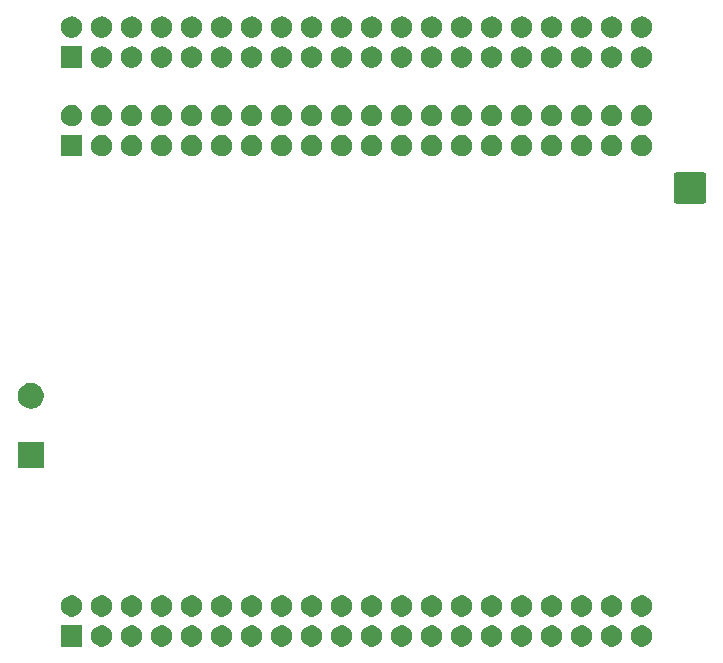
<source format=gbr>
G04 #@! TF.GenerationSoftware,KiCad,Pcbnew,5.1.6*
G04 #@! TF.CreationDate,2020-09-18T18:11:00+02:00*
G04 #@! TF.ProjectId,F010_rpi_logic_level_shifter_hat,46303130-5f72-4706-995f-6c6f6769635f,rev?*
G04 #@! TF.SameCoordinates,PXa52d280PY2b953a0*
G04 #@! TF.FileFunction,Soldermask,Bot*
G04 #@! TF.FilePolarity,Negative*
%FSLAX46Y46*%
G04 Gerber Fmt 4.6, Leading zero omitted, Abs format (unit mm)*
G04 Created by KiCad (PCBNEW 5.1.6) date 2020-09-18 18:11:00*
%MOMM*%
%LPD*%
G01*
G04 APERTURE LIST*
%ADD10C,0.100000*%
G04 APERTURE END LIST*
D10*
G36*
X-4826488Y-49913927D02*
G01*
X-4677188Y-49943624D01*
X-4513216Y-50011544D01*
X-4365646Y-50110147D01*
X-4240147Y-50235646D01*
X-4141544Y-50383216D01*
X-4073624Y-50547188D01*
X-4039000Y-50721259D01*
X-4039000Y-50898741D01*
X-4073624Y-51072812D01*
X-4141544Y-51236784D01*
X-4240147Y-51384354D01*
X-4365646Y-51509853D01*
X-4513216Y-51608456D01*
X-4677188Y-51676376D01*
X-4826488Y-51706073D01*
X-4851258Y-51711000D01*
X-5028742Y-51711000D01*
X-5053512Y-51706073D01*
X-5202812Y-51676376D01*
X-5366784Y-51608456D01*
X-5514354Y-51509853D01*
X-5639853Y-51384354D01*
X-5738456Y-51236784D01*
X-5806376Y-51072812D01*
X-5841000Y-50898741D01*
X-5841000Y-50721259D01*
X-5806376Y-50547188D01*
X-5738456Y-50383216D01*
X-5639853Y-50235646D01*
X-5514354Y-50110147D01*
X-5366784Y-50011544D01*
X-5202812Y-49943624D01*
X-5053512Y-49913927D01*
X-5028742Y-49909000D01*
X-4851258Y-49909000D01*
X-4826488Y-49913927D01*
G37*
G36*
X-30226488Y-49913927D02*
G01*
X-30077188Y-49943624D01*
X-29913216Y-50011544D01*
X-29765646Y-50110147D01*
X-29640147Y-50235646D01*
X-29541544Y-50383216D01*
X-29473624Y-50547188D01*
X-29439000Y-50721259D01*
X-29439000Y-50898741D01*
X-29473624Y-51072812D01*
X-29541544Y-51236784D01*
X-29640147Y-51384354D01*
X-29765646Y-51509853D01*
X-29913216Y-51608456D01*
X-30077188Y-51676376D01*
X-30226488Y-51706073D01*
X-30251258Y-51711000D01*
X-30428742Y-51711000D01*
X-30453512Y-51706073D01*
X-30602812Y-51676376D01*
X-30766784Y-51608456D01*
X-30914354Y-51509853D01*
X-31039853Y-51384354D01*
X-31138456Y-51236784D01*
X-31206376Y-51072812D01*
X-31241000Y-50898741D01*
X-31241000Y-50721259D01*
X-31206376Y-50547188D01*
X-31138456Y-50383216D01*
X-31039853Y-50235646D01*
X-30914354Y-50110147D01*
X-30766784Y-50011544D01*
X-30602812Y-49943624D01*
X-30453512Y-49913927D01*
X-30428742Y-49909000D01*
X-30251258Y-49909000D01*
X-30226488Y-49913927D01*
G37*
G36*
X-9906488Y-49913927D02*
G01*
X-9757188Y-49943624D01*
X-9593216Y-50011544D01*
X-9445646Y-50110147D01*
X-9320147Y-50235646D01*
X-9221544Y-50383216D01*
X-9153624Y-50547188D01*
X-9119000Y-50721259D01*
X-9119000Y-50898741D01*
X-9153624Y-51072812D01*
X-9221544Y-51236784D01*
X-9320147Y-51384354D01*
X-9445646Y-51509853D01*
X-9593216Y-51608456D01*
X-9757188Y-51676376D01*
X-9906488Y-51706073D01*
X-9931258Y-51711000D01*
X-10108742Y-51711000D01*
X-10133512Y-51706073D01*
X-10282812Y-51676376D01*
X-10446784Y-51608456D01*
X-10594354Y-51509853D01*
X-10719853Y-51384354D01*
X-10818456Y-51236784D01*
X-10886376Y-51072812D01*
X-10921000Y-50898741D01*
X-10921000Y-50721259D01*
X-10886376Y-50547188D01*
X-10818456Y-50383216D01*
X-10719853Y-50235646D01*
X-10594354Y-50110147D01*
X-10446784Y-50011544D01*
X-10282812Y-49943624D01*
X-10133512Y-49913927D01*
X-10108742Y-49909000D01*
X-9931258Y-49909000D01*
X-9906488Y-49913927D01*
G37*
G36*
X-12446488Y-49913927D02*
G01*
X-12297188Y-49943624D01*
X-12133216Y-50011544D01*
X-11985646Y-50110147D01*
X-11860147Y-50235646D01*
X-11761544Y-50383216D01*
X-11693624Y-50547188D01*
X-11659000Y-50721259D01*
X-11659000Y-50898741D01*
X-11693624Y-51072812D01*
X-11761544Y-51236784D01*
X-11860147Y-51384354D01*
X-11985646Y-51509853D01*
X-12133216Y-51608456D01*
X-12297188Y-51676376D01*
X-12446488Y-51706073D01*
X-12471258Y-51711000D01*
X-12648742Y-51711000D01*
X-12673512Y-51706073D01*
X-12822812Y-51676376D01*
X-12986784Y-51608456D01*
X-13134354Y-51509853D01*
X-13259853Y-51384354D01*
X-13358456Y-51236784D01*
X-13426376Y-51072812D01*
X-13461000Y-50898741D01*
X-13461000Y-50721259D01*
X-13426376Y-50547188D01*
X-13358456Y-50383216D01*
X-13259853Y-50235646D01*
X-13134354Y-50110147D01*
X-12986784Y-50011544D01*
X-12822812Y-49943624D01*
X-12673512Y-49913927D01*
X-12648742Y-49909000D01*
X-12471258Y-49909000D01*
X-12446488Y-49913927D01*
G37*
G36*
X-14986488Y-49913927D02*
G01*
X-14837188Y-49943624D01*
X-14673216Y-50011544D01*
X-14525646Y-50110147D01*
X-14400147Y-50235646D01*
X-14301544Y-50383216D01*
X-14233624Y-50547188D01*
X-14199000Y-50721259D01*
X-14199000Y-50898741D01*
X-14233624Y-51072812D01*
X-14301544Y-51236784D01*
X-14400147Y-51384354D01*
X-14525646Y-51509853D01*
X-14673216Y-51608456D01*
X-14837188Y-51676376D01*
X-14986488Y-51706073D01*
X-15011258Y-51711000D01*
X-15188742Y-51711000D01*
X-15213512Y-51706073D01*
X-15362812Y-51676376D01*
X-15526784Y-51608456D01*
X-15674354Y-51509853D01*
X-15799853Y-51384354D01*
X-15898456Y-51236784D01*
X-15966376Y-51072812D01*
X-16001000Y-50898741D01*
X-16001000Y-50721259D01*
X-15966376Y-50547188D01*
X-15898456Y-50383216D01*
X-15799853Y-50235646D01*
X-15674354Y-50110147D01*
X-15526784Y-50011544D01*
X-15362812Y-49943624D01*
X-15213512Y-49913927D01*
X-15188742Y-49909000D01*
X-15011258Y-49909000D01*
X-14986488Y-49913927D01*
G37*
G36*
X-17526488Y-49913927D02*
G01*
X-17377188Y-49943624D01*
X-17213216Y-50011544D01*
X-17065646Y-50110147D01*
X-16940147Y-50235646D01*
X-16841544Y-50383216D01*
X-16773624Y-50547188D01*
X-16739000Y-50721259D01*
X-16739000Y-50898741D01*
X-16773624Y-51072812D01*
X-16841544Y-51236784D01*
X-16940147Y-51384354D01*
X-17065646Y-51509853D01*
X-17213216Y-51608456D01*
X-17377188Y-51676376D01*
X-17526488Y-51706073D01*
X-17551258Y-51711000D01*
X-17728742Y-51711000D01*
X-17753512Y-51706073D01*
X-17902812Y-51676376D01*
X-18066784Y-51608456D01*
X-18214354Y-51509853D01*
X-18339853Y-51384354D01*
X-18438456Y-51236784D01*
X-18506376Y-51072812D01*
X-18541000Y-50898741D01*
X-18541000Y-50721259D01*
X-18506376Y-50547188D01*
X-18438456Y-50383216D01*
X-18339853Y-50235646D01*
X-18214354Y-50110147D01*
X-18066784Y-50011544D01*
X-17902812Y-49943624D01*
X-17753512Y-49913927D01*
X-17728742Y-49909000D01*
X-17551258Y-49909000D01*
X-17526488Y-49913927D01*
G37*
G36*
X-20066488Y-49913927D02*
G01*
X-19917188Y-49943624D01*
X-19753216Y-50011544D01*
X-19605646Y-50110147D01*
X-19480147Y-50235646D01*
X-19381544Y-50383216D01*
X-19313624Y-50547188D01*
X-19279000Y-50721259D01*
X-19279000Y-50898741D01*
X-19313624Y-51072812D01*
X-19381544Y-51236784D01*
X-19480147Y-51384354D01*
X-19605646Y-51509853D01*
X-19753216Y-51608456D01*
X-19917188Y-51676376D01*
X-20066488Y-51706073D01*
X-20091258Y-51711000D01*
X-20268742Y-51711000D01*
X-20293512Y-51706073D01*
X-20442812Y-51676376D01*
X-20606784Y-51608456D01*
X-20754354Y-51509853D01*
X-20879853Y-51384354D01*
X-20978456Y-51236784D01*
X-21046376Y-51072812D01*
X-21081000Y-50898741D01*
X-21081000Y-50721259D01*
X-21046376Y-50547188D01*
X-20978456Y-50383216D01*
X-20879853Y-50235646D01*
X-20754354Y-50110147D01*
X-20606784Y-50011544D01*
X-20442812Y-49943624D01*
X-20293512Y-49913927D01*
X-20268742Y-49909000D01*
X-20091258Y-49909000D01*
X-20066488Y-49913927D01*
G37*
G36*
X-22606488Y-49913927D02*
G01*
X-22457188Y-49943624D01*
X-22293216Y-50011544D01*
X-22145646Y-50110147D01*
X-22020147Y-50235646D01*
X-21921544Y-50383216D01*
X-21853624Y-50547188D01*
X-21819000Y-50721259D01*
X-21819000Y-50898741D01*
X-21853624Y-51072812D01*
X-21921544Y-51236784D01*
X-22020147Y-51384354D01*
X-22145646Y-51509853D01*
X-22293216Y-51608456D01*
X-22457188Y-51676376D01*
X-22606488Y-51706073D01*
X-22631258Y-51711000D01*
X-22808742Y-51711000D01*
X-22833512Y-51706073D01*
X-22982812Y-51676376D01*
X-23146784Y-51608456D01*
X-23294354Y-51509853D01*
X-23419853Y-51384354D01*
X-23518456Y-51236784D01*
X-23586376Y-51072812D01*
X-23621000Y-50898741D01*
X-23621000Y-50721259D01*
X-23586376Y-50547188D01*
X-23518456Y-50383216D01*
X-23419853Y-50235646D01*
X-23294354Y-50110147D01*
X-23146784Y-50011544D01*
X-22982812Y-49943624D01*
X-22833512Y-49913927D01*
X-22808742Y-49909000D01*
X-22631258Y-49909000D01*
X-22606488Y-49913927D01*
G37*
G36*
X-25146488Y-49913927D02*
G01*
X-24997188Y-49943624D01*
X-24833216Y-50011544D01*
X-24685646Y-50110147D01*
X-24560147Y-50235646D01*
X-24461544Y-50383216D01*
X-24393624Y-50547188D01*
X-24359000Y-50721259D01*
X-24359000Y-50898741D01*
X-24393624Y-51072812D01*
X-24461544Y-51236784D01*
X-24560147Y-51384354D01*
X-24685646Y-51509853D01*
X-24833216Y-51608456D01*
X-24997188Y-51676376D01*
X-25146488Y-51706073D01*
X-25171258Y-51711000D01*
X-25348742Y-51711000D01*
X-25373512Y-51706073D01*
X-25522812Y-51676376D01*
X-25686784Y-51608456D01*
X-25834354Y-51509853D01*
X-25959853Y-51384354D01*
X-26058456Y-51236784D01*
X-26126376Y-51072812D01*
X-26161000Y-50898741D01*
X-26161000Y-50721259D01*
X-26126376Y-50547188D01*
X-26058456Y-50383216D01*
X-25959853Y-50235646D01*
X-25834354Y-50110147D01*
X-25686784Y-50011544D01*
X-25522812Y-49943624D01*
X-25373512Y-49913927D01*
X-25348742Y-49909000D01*
X-25171258Y-49909000D01*
X-25146488Y-49913927D01*
G37*
G36*
X-27686488Y-49913927D02*
G01*
X-27537188Y-49943624D01*
X-27373216Y-50011544D01*
X-27225646Y-50110147D01*
X-27100147Y-50235646D01*
X-27001544Y-50383216D01*
X-26933624Y-50547188D01*
X-26899000Y-50721259D01*
X-26899000Y-50898741D01*
X-26933624Y-51072812D01*
X-27001544Y-51236784D01*
X-27100147Y-51384354D01*
X-27225646Y-51509853D01*
X-27373216Y-51608456D01*
X-27537188Y-51676376D01*
X-27686488Y-51706073D01*
X-27711258Y-51711000D01*
X-27888742Y-51711000D01*
X-27913512Y-51706073D01*
X-28062812Y-51676376D01*
X-28226784Y-51608456D01*
X-28374354Y-51509853D01*
X-28499853Y-51384354D01*
X-28598456Y-51236784D01*
X-28666376Y-51072812D01*
X-28701000Y-50898741D01*
X-28701000Y-50721259D01*
X-28666376Y-50547188D01*
X-28598456Y-50383216D01*
X-28499853Y-50235646D01*
X-28374354Y-50110147D01*
X-28226784Y-50011544D01*
X-28062812Y-49943624D01*
X-27913512Y-49913927D01*
X-27888742Y-49909000D01*
X-27711258Y-49909000D01*
X-27686488Y-49913927D01*
G37*
G36*
X-7366488Y-49913927D02*
G01*
X-7217188Y-49943624D01*
X-7053216Y-50011544D01*
X-6905646Y-50110147D01*
X-6780147Y-50235646D01*
X-6681544Y-50383216D01*
X-6613624Y-50547188D01*
X-6579000Y-50721259D01*
X-6579000Y-50898741D01*
X-6613624Y-51072812D01*
X-6681544Y-51236784D01*
X-6780147Y-51384354D01*
X-6905646Y-51509853D01*
X-7053216Y-51608456D01*
X-7217188Y-51676376D01*
X-7366488Y-51706073D01*
X-7391258Y-51711000D01*
X-7568742Y-51711000D01*
X-7593512Y-51706073D01*
X-7742812Y-51676376D01*
X-7906784Y-51608456D01*
X-8054354Y-51509853D01*
X-8179853Y-51384354D01*
X-8278456Y-51236784D01*
X-8346376Y-51072812D01*
X-8381000Y-50898741D01*
X-8381000Y-50721259D01*
X-8346376Y-50547188D01*
X-8278456Y-50383216D01*
X-8179853Y-50235646D01*
X-8054354Y-50110147D01*
X-7906784Y-50011544D01*
X-7742812Y-49943624D01*
X-7593512Y-49913927D01*
X-7568742Y-49909000D01*
X-7391258Y-49909000D01*
X-7366488Y-49913927D01*
G37*
G36*
X-35306488Y-49913927D02*
G01*
X-35157188Y-49943624D01*
X-34993216Y-50011544D01*
X-34845646Y-50110147D01*
X-34720147Y-50235646D01*
X-34621544Y-50383216D01*
X-34553624Y-50547188D01*
X-34519000Y-50721259D01*
X-34519000Y-50898741D01*
X-34553624Y-51072812D01*
X-34621544Y-51236784D01*
X-34720147Y-51384354D01*
X-34845646Y-51509853D01*
X-34993216Y-51608456D01*
X-35157188Y-51676376D01*
X-35306488Y-51706073D01*
X-35331258Y-51711000D01*
X-35508742Y-51711000D01*
X-35533512Y-51706073D01*
X-35682812Y-51676376D01*
X-35846784Y-51608456D01*
X-35994354Y-51509853D01*
X-36119853Y-51384354D01*
X-36218456Y-51236784D01*
X-36286376Y-51072812D01*
X-36321000Y-50898741D01*
X-36321000Y-50721259D01*
X-36286376Y-50547188D01*
X-36218456Y-50383216D01*
X-36119853Y-50235646D01*
X-35994354Y-50110147D01*
X-35846784Y-50011544D01*
X-35682812Y-49943624D01*
X-35533512Y-49913927D01*
X-35508742Y-49909000D01*
X-35331258Y-49909000D01*
X-35306488Y-49913927D01*
G37*
G36*
X-37846488Y-49913927D02*
G01*
X-37697188Y-49943624D01*
X-37533216Y-50011544D01*
X-37385646Y-50110147D01*
X-37260147Y-50235646D01*
X-37161544Y-50383216D01*
X-37093624Y-50547188D01*
X-37059000Y-50721259D01*
X-37059000Y-50898741D01*
X-37093624Y-51072812D01*
X-37161544Y-51236784D01*
X-37260147Y-51384354D01*
X-37385646Y-51509853D01*
X-37533216Y-51608456D01*
X-37697188Y-51676376D01*
X-37846488Y-51706073D01*
X-37871258Y-51711000D01*
X-38048742Y-51711000D01*
X-38073512Y-51706073D01*
X-38222812Y-51676376D01*
X-38386784Y-51608456D01*
X-38534354Y-51509853D01*
X-38659853Y-51384354D01*
X-38758456Y-51236784D01*
X-38826376Y-51072812D01*
X-38861000Y-50898741D01*
X-38861000Y-50721259D01*
X-38826376Y-50547188D01*
X-38758456Y-50383216D01*
X-38659853Y-50235646D01*
X-38534354Y-50110147D01*
X-38386784Y-50011544D01*
X-38222812Y-49943624D01*
X-38073512Y-49913927D01*
X-38048742Y-49909000D01*
X-37871258Y-49909000D01*
X-37846488Y-49913927D01*
G37*
G36*
X-40386488Y-49913927D02*
G01*
X-40237188Y-49943624D01*
X-40073216Y-50011544D01*
X-39925646Y-50110147D01*
X-39800147Y-50235646D01*
X-39701544Y-50383216D01*
X-39633624Y-50547188D01*
X-39599000Y-50721259D01*
X-39599000Y-50898741D01*
X-39633624Y-51072812D01*
X-39701544Y-51236784D01*
X-39800147Y-51384354D01*
X-39925646Y-51509853D01*
X-40073216Y-51608456D01*
X-40237188Y-51676376D01*
X-40386488Y-51706073D01*
X-40411258Y-51711000D01*
X-40588742Y-51711000D01*
X-40613512Y-51706073D01*
X-40762812Y-51676376D01*
X-40926784Y-51608456D01*
X-41074354Y-51509853D01*
X-41199853Y-51384354D01*
X-41298456Y-51236784D01*
X-41366376Y-51072812D01*
X-41401000Y-50898741D01*
X-41401000Y-50721259D01*
X-41366376Y-50547188D01*
X-41298456Y-50383216D01*
X-41199853Y-50235646D01*
X-41074354Y-50110147D01*
X-40926784Y-50011544D01*
X-40762812Y-49943624D01*
X-40613512Y-49913927D01*
X-40588742Y-49909000D01*
X-40411258Y-49909000D01*
X-40386488Y-49913927D01*
G37*
G36*
X-42926488Y-49913927D02*
G01*
X-42777188Y-49943624D01*
X-42613216Y-50011544D01*
X-42465646Y-50110147D01*
X-42340147Y-50235646D01*
X-42241544Y-50383216D01*
X-42173624Y-50547188D01*
X-42139000Y-50721259D01*
X-42139000Y-50898741D01*
X-42173624Y-51072812D01*
X-42241544Y-51236784D01*
X-42340147Y-51384354D01*
X-42465646Y-51509853D01*
X-42613216Y-51608456D01*
X-42777188Y-51676376D01*
X-42926488Y-51706073D01*
X-42951258Y-51711000D01*
X-43128742Y-51711000D01*
X-43153512Y-51706073D01*
X-43302812Y-51676376D01*
X-43466784Y-51608456D01*
X-43614354Y-51509853D01*
X-43739853Y-51384354D01*
X-43838456Y-51236784D01*
X-43906376Y-51072812D01*
X-43941000Y-50898741D01*
X-43941000Y-50721259D01*
X-43906376Y-50547188D01*
X-43838456Y-50383216D01*
X-43739853Y-50235646D01*
X-43614354Y-50110147D01*
X-43466784Y-50011544D01*
X-43302812Y-49943624D01*
X-43153512Y-49913927D01*
X-43128742Y-49909000D01*
X-42951258Y-49909000D01*
X-42926488Y-49913927D01*
G37*
G36*
X-45466488Y-49913927D02*
G01*
X-45317188Y-49943624D01*
X-45153216Y-50011544D01*
X-45005646Y-50110147D01*
X-44880147Y-50235646D01*
X-44781544Y-50383216D01*
X-44713624Y-50547188D01*
X-44679000Y-50721259D01*
X-44679000Y-50898741D01*
X-44713624Y-51072812D01*
X-44781544Y-51236784D01*
X-44880147Y-51384354D01*
X-45005646Y-51509853D01*
X-45153216Y-51608456D01*
X-45317188Y-51676376D01*
X-45466488Y-51706073D01*
X-45491258Y-51711000D01*
X-45668742Y-51711000D01*
X-45693512Y-51706073D01*
X-45842812Y-51676376D01*
X-46006784Y-51608456D01*
X-46154354Y-51509853D01*
X-46279853Y-51384354D01*
X-46378456Y-51236784D01*
X-46446376Y-51072812D01*
X-46481000Y-50898741D01*
X-46481000Y-50721259D01*
X-46446376Y-50547188D01*
X-46378456Y-50383216D01*
X-46279853Y-50235646D01*
X-46154354Y-50110147D01*
X-46006784Y-50011544D01*
X-45842812Y-49943624D01*
X-45693512Y-49913927D01*
X-45668742Y-49909000D01*
X-45491258Y-49909000D01*
X-45466488Y-49913927D01*
G37*
G36*
X-48006488Y-49913927D02*
G01*
X-47857188Y-49943624D01*
X-47693216Y-50011544D01*
X-47545646Y-50110147D01*
X-47420147Y-50235646D01*
X-47321544Y-50383216D01*
X-47253624Y-50547188D01*
X-47219000Y-50721259D01*
X-47219000Y-50898741D01*
X-47253624Y-51072812D01*
X-47321544Y-51236784D01*
X-47420147Y-51384354D01*
X-47545646Y-51509853D01*
X-47693216Y-51608456D01*
X-47857188Y-51676376D01*
X-48006488Y-51706073D01*
X-48031258Y-51711000D01*
X-48208742Y-51711000D01*
X-48233512Y-51706073D01*
X-48382812Y-51676376D01*
X-48546784Y-51608456D01*
X-48694354Y-51509853D01*
X-48819853Y-51384354D01*
X-48918456Y-51236784D01*
X-48986376Y-51072812D01*
X-49021000Y-50898741D01*
X-49021000Y-50721259D01*
X-48986376Y-50547188D01*
X-48918456Y-50383216D01*
X-48819853Y-50235646D01*
X-48694354Y-50110147D01*
X-48546784Y-50011544D01*
X-48382812Y-49943624D01*
X-48233512Y-49913927D01*
X-48208742Y-49909000D01*
X-48031258Y-49909000D01*
X-48006488Y-49913927D01*
G37*
G36*
X-50546488Y-49913927D02*
G01*
X-50397188Y-49943624D01*
X-50233216Y-50011544D01*
X-50085646Y-50110147D01*
X-49960147Y-50235646D01*
X-49861544Y-50383216D01*
X-49793624Y-50547188D01*
X-49759000Y-50721259D01*
X-49759000Y-50898741D01*
X-49793624Y-51072812D01*
X-49861544Y-51236784D01*
X-49960147Y-51384354D01*
X-50085646Y-51509853D01*
X-50233216Y-51608456D01*
X-50397188Y-51676376D01*
X-50546488Y-51706073D01*
X-50571258Y-51711000D01*
X-50748742Y-51711000D01*
X-50773512Y-51706073D01*
X-50922812Y-51676376D01*
X-51086784Y-51608456D01*
X-51234354Y-51509853D01*
X-51359853Y-51384354D01*
X-51458456Y-51236784D01*
X-51526376Y-51072812D01*
X-51561000Y-50898741D01*
X-51561000Y-50721259D01*
X-51526376Y-50547188D01*
X-51458456Y-50383216D01*
X-51359853Y-50235646D01*
X-51234354Y-50110147D01*
X-51086784Y-50011544D01*
X-50922812Y-49943624D01*
X-50773512Y-49913927D01*
X-50748742Y-49909000D01*
X-50571258Y-49909000D01*
X-50546488Y-49913927D01*
G37*
G36*
X-52299000Y-51711000D02*
G01*
X-54101000Y-51711000D01*
X-54101000Y-49909000D01*
X-52299000Y-49909000D01*
X-52299000Y-51711000D01*
G37*
G36*
X-32766488Y-49913927D02*
G01*
X-32617188Y-49943624D01*
X-32453216Y-50011544D01*
X-32305646Y-50110147D01*
X-32180147Y-50235646D01*
X-32081544Y-50383216D01*
X-32013624Y-50547188D01*
X-31979000Y-50721259D01*
X-31979000Y-50898741D01*
X-32013624Y-51072812D01*
X-32081544Y-51236784D01*
X-32180147Y-51384354D01*
X-32305646Y-51509853D01*
X-32453216Y-51608456D01*
X-32617188Y-51676376D01*
X-32766488Y-51706073D01*
X-32791258Y-51711000D01*
X-32968742Y-51711000D01*
X-32993512Y-51706073D01*
X-33142812Y-51676376D01*
X-33306784Y-51608456D01*
X-33454354Y-51509853D01*
X-33579853Y-51384354D01*
X-33678456Y-51236784D01*
X-33746376Y-51072812D01*
X-33781000Y-50898741D01*
X-33781000Y-50721259D01*
X-33746376Y-50547188D01*
X-33678456Y-50383216D01*
X-33579853Y-50235646D01*
X-33454354Y-50110147D01*
X-33306784Y-50011544D01*
X-33142812Y-49943624D01*
X-32993512Y-49913927D01*
X-32968742Y-49909000D01*
X-32791258Y-49909000D01*
X-32766488Y-49913927D01*
G37*
G36*
X-9906488Y-47373927D02*
G01*
X-9757188Y-47403624D01*
X-9593216Y-47471544D01*
X-9445646Y-47570147D01*
X-9320147Y-47695646D01*
X-9221544Y-47843216D01*
X-9153624Y-48007188D01*
X-9119000Y-48181259D01*
X-9119000Y-48358741D01*
X-9153624Y-48532812D01*
X-9221544Y-48696784D01*
X-9320147Y-48844354D01*
X-9445646Y-48969853D01*
X-9593216Y-49068456D01*
X-9757188Y-49136376D01*
X-9906488Y-49166073D01*
X-9931258Y-49171000D01*
X-10108742Y-49171000D01*
X-10133512Y-49166073D01*
X-10282812Y-49136376D01*
X-10446784Y-49068456D01*
X-10594354Y-48969853D01*
X-10719853Y-48844354D01*
X-10818456Y-48696784D01*
X-10886376Y-48532812D01*
X-10921000Y-48358741D01*
X-10921000Y-48181259D01*
X-10886376Y-48007188D01*
X-10818456Y-47843216D01*
X-10719853Y-47695646D01*
X-10594354Y-47570147D01*
X-10446784Y-47471544D01*
X-10282812Y-47403624D01*
X-10133512Y-47373927D01*
X-10108742Y-47369000D01*
X-9931258Y-47369000D01*
X-9906488Y-47373927D01*
G37*
G36*
X-7366488Y-47373927D02*
G01*
X-7217188Y-47403624D01*
X-7053216Y-47471544D01*
X-6905646Y-47570147D01*
X-6780147Y-47695646D01*
X-6681544Y-47843216D01*
X-6613624Y-48007188D01*
X-6579000Y-48181259D01*
X-6579000Y-48358741D01*
X-6613624Y-48532812D01*
X-6681544Y-48696784D01*
X-6780147Y-48844354D01*
X-6905646Y-48969853D01*
X-7053216Y-49068456D01*
X-7217188Y-49136376D01*
X-7366488Y-49166073D01*
X-7391258Y-49171000D01*
X-7568742Y-49171000D01*
X-7593512Y-49166073D01*
X-7742812Y-49136376D01*
X-7906784Y-49068456D01*
X-8054354Y-48969853D01*
X-8179853Y-48844354D01*
X-8278456Y-48696784D01*
X-8346376Y-48532812D01*
X-8381000Y-48358741D01*
X-8381000Y-48181259D01*
X-8346376Y-48007188D01*
X-8278456Y-47843216D01*
X-8179853Y-47695646D01*
X-8054354Y-47570147D01*
X-7906784Y-47471544D01*
X-7742812Y-47403624D01*
X-7593512Y-47373927D01*
X-7568742Y-47369000D01*
X-7391258Y-47369000D01*
X-7366488Y-47373927D01*
G37*
G36*
X-42926488Y-47373927D02*
G01*
X-42777188Y-47403624D01*
X-42613216Y-47471544D01*
X-42465646Y-47570147D01*
X-42340147Y-47695646D01*
X-42241544Y-47843216D01*
X-42173624Y-48007188D01*
X-42139000Y-48181259D01*
X-42139000Y-48358741D01*
X-42173624Y-48532812D01*
X-42241544Y-48696784D01*
X-42340147Y-48844354D01*
X-42465646Y-48969853D01*
X-42613216Y-49068456D01*
X-42777188Y-49136376D01*
X-42926488Y-49166073D01*
X-42951258Y-49171000D01*
X-43128742Y-49171000D01*
X-43153512Y-49166073D01*
X-43302812Y-49136376D01*
X-43466784Y-49068456D01*
X-43614354Y-48969853D01*
X-43739853Y-48844354D01*
X-43838456Y-48696784D01*
X-43906376Y-48532812D01*
X-43941000Y-48358741D01*
X-43941000Y-48181259D01*
X-43906376Y-48007188D01*
X-43838456Y-47843216D01*
X-43739853Y-47695646D01*
X-43614354Y-47570147D01*
X-43466784Y-47471544D01*
X-43302812Y-47403624D01*
X-43153512Y-47373927D01*
X-43128742Y-47369000D01*
X-42951258Y-47369000D01*
X-42926488Y-47373927D01*
G37*
G36*
X-37846488Y-47373927D02*
G01*
X-37697188Y-47403624D01*
X-37533216Y-47471544D01*
X-37385646Y-47570147D01*
X-37260147Y-47695646D01*
X-37161544Y-47843216D01*
X-37093624Y-48007188D01*
X-37059000Y-48181259D01*
X-37059000Y-48358741D01*
X-37093624Y-48532812D01*
X-37161544Y-48696784D01*
X-37260147Y-48844354D01*
X-37385646Y-48969853D01*
X-37533216Y-49068456D01*
X-37697188Y-49136376D01*
X-37846488Y-49166073D01*
X-37871258Y-49171000D01*
X-38048742Y-49171000D01*
X-38073512Y-49166073D01*
X-38222812Y-49136376D01*
X-38386784Y-49068456D01*
X-38534354Y-48969853D01*
X-38659853Y-48844354D01*
X-38758456Y-48696784D01*
X-38826376Y-48532812D01*
X-38861000Y-48358741D01*
X-38861000Y-48181259D01*
X-38826376Y-48007188D01*
X-38758456Y-47843216D01*
X-38659853Y-47695646D01*
X-38534354Y-47570147D01*
X-38386784Y-47471544D01*
X-38222812Y-47403624D01*
X-38073512Y-47373927D01*
X-38048742Y-47369000D01*
X-37871258Y-47369000D01*
X-37846488Y-47373927D01*
G37*
G36*
X-40386488Y-47373927D02*
G01*
X-40237188Y-47403624D01*
X-40073216Y-47471544D01*
X-39925646Y-47570147D01*
X-39800147Y-47695646D01*
X-39701544Y-47843216D01*
X-39633624Y-48007188D01*
X-39599000Y-48181259D01*
X-39599000Y-48358741D01*
X-39633624Y-48532812D01*
X-39701544Y-48696784D01*
X-39800147Y-48844354D01*
X-39925646Y-48969853D01*
X-40073216Y-49068456D01*
X-40237188Y-49136376D01*
X-40386488Y-49166073D01*
X-40411258Y-49171000D01*
X-40588742Y-49171000D01*
X-40613512Y-49166073D01*
X-40762812Y-49136376D01*
X-40926784Y-49068456D01*
X-41074354Y-48969853D01*
X-41199853Y-48844354D01*
X-41298456Y-48696784D01*
X-41366376Y-48532812D01*
X-41401000Y-48358741D01*
X-41401000Y-48181259D01*
X-41366376Y-48007188D01*
X-41298456Y-47843216D01*
X-41199853Y-47695646D01*
X-41074354Y-47570147D01*
X-40926784Y-47471544D01*
X-40762812Y-47403624D01*
X-40613512Y-47373927D01*
X-40588742Y-47369000D01*
X-40411258Y-47369000D01*
X-40386488Y-47373927D01*
G37*
G36*
X-45466488Y-47373927D02*
G01*
X-45317188Y-47403624D01*
X-45153216Y-47471544D01*
X-45005646Y-47570147D01*
X-44880147Y-47695646D01*
X-44781544Y-47843216D01*
X-44713624Y-48007188D01*
X-44679000Y-48181259D01*
X-44679000Y-48358741D01*
X-44713624Y-48532812D01*
X-44781544Y-48696784D01*
X-44880147Y-48844354D01*
X-45005646Y-48969853D01*
X-45153216Y-49068456D01*
X-45317188Y-49136376D01*
X-45466488Y-49166073D01*
X-45491258Y-49171000D01*
X-45668742Y-49171000D01*
X-45693512Y-49166073D01*
X-45842812Y-49136376D01*
X-46006784Y-49068456D01*
X-46154354Y-48969853D01*
X-46279853Y-48844354D01*
X-46378456Y-48696784D01*
X-46446376Y-48532812D01*
X-46481000Y-48358741D01*
X-46481000Y-48181259D01*
X-46446376Y-48007188D01*
X-46378456Y-47843216D01*
X-46279853Y-47695646D01*
X-46154354Y-47570147D01*
X-46006784Y-47471544D01*
X-45842812Y-47403624D01*
X-45693512Y-47373927D01*
X-45668742Y-47369000D01*
X-45491258Y-47369000D01*
X-45466488Y-47373927D01*
G37*
G36*
X-48006488Y-47373927D02*
G01*
X-47857188Y-47403624D01*
X-47693216Y-47471544D01*
X-47545646Y-47570147D01*
X-47420147Y-47695646D01*
X-47321544Y-47843216D01*
X-47253624Y-48007188D01*
X-47219000Y-48181259D01*
X-47219000Y-48358741D01*
X-47253624Y-48532812D01*
X-47321544Y-48696784D01*
X-47420147Y-48844354D01*
X-47545646Y-48969853D01*
X-47693216Y-49068456D01*
X-47857188Y-49136376D01*
X-48006488Y-49166073D01*
X-48031258Y-49171000D01*
X-48208742Y-49171000D01*
X-48233512Y-49166073D01*
X-48382812Y-49136376D01*
X-48546784Y-49068456D01*
X-48694354Y-48969853D01*
X-48819853Y-48844354D01*
X-48918456Y-48696784D01*
X-48986376Y-48532812D01*
X-49021000Y-48358741D01*
X-49021000Y-48181259D01*
X-48986376Y-48007188D01*
X-48918456Y-47843216D01*
X-48819853Y-47695646D01*
X-48694354Y-47570147D01*
X-48546784Y-47471544D01*
X-48382812Y-47403624D01*
X-48233512Y-47373927D01*
X-48208742Y-47369000D01*
X-48031258Y-47369000D01*
X-48006488Y-47373927D01*
G37*
G36*
X-50546488Y-47373927D02*
G01*
X-50397188Y-47403624D01*
X-50233216Y-47471544D01*
X-50085646Y-47570147D01*
X-49960147Y-47695646D01*
X-49861544Y-47843216D01*
X-49793624Y-48007188D01*
X-49759000Y-48181259D01*
X-49759000Y-48358741D01*
X-49793624Y-48532812D01*
X-49861544Y-48696784D01*
X-49960147Y-48844354D01*
X-50085646Y-48969853D01*
X-50233216Y-49068456D01*
X-50397188Y-49136376D01*
X-50546488Y-49166073D01*
X-50571258Y-49171000D01*
X-50748742Y-49171000D01*
X-50773512Y-49166073D01*
X-50922812Y-49136376D01*
X-51086784Y-49068456D01*
X-51234354Y-48969853D01*
X-51359853Y-48844354D01*
X-51458456Y-48696784D01*
X-51526376Y-48532812D01*
X-51561000Y-48358741D01*
X-51561000Y-48181259D01*
X-51526376Y-48007188D01*
X-51458456Y-47843216D01*
X-51359853Y-47695646D01*
X-51234354Y-47570147D01*
X-51086784Y-47471544D01*
X-50922812Y-47403624D01*
X-50773512Y-47373927D01*
X-50748742Y-47369000D01*
X-50571258Y-47369000D01*
X-50546488Y-47373927D01*
G37*
G36*
X-53086488Y-47373927D02*
G01*
X-52937188Y-47403624D01*
X-52773216Y-47471544D01*
X-52625646Y-47570147D01*
X-52500147Y-47695646D01*
X-52401544Y-47843216D01*
X-52333624Y-48007188D01*
X-52299000Y-48181259D01*
X-52299000Y-48358741D01*
X-52333624Y-48532812D01*
X-52401544Y-48696784D01*
X-52500147Y-48844354D01*
X-52625646Y-48969853D01*
X-52773216Y-49068456D01*
X-52937188Y-49136376D01*
X-53086488Y-49166073D01*
X-53111258Y-49171000D01*
X-53288742Y-49171000D01*
X-53313512Y-49166073D01*
X-53462812Y-49136376D01*
X-53626784Y-49068456D01*
X-53774354Y-48969853D01*
X-53899853Y-48844354D01*
X-53998456Y-48696784D01*
X-54066376Y-48532812D01*
X-54101000Y-48358741D01*
X-54101000Y-48181259D01*
X-54066376Y-48007188D01*
X-53998456Y-47843216D01*
X-53899853Y-47695646D01*
X-53774354Y-47570147D01*
X-53626784Y-47471544D01*
X-53462812Y-47403624D01*
X-53313512Y-47373927D01*
X-53288742Y-47369000D01*
X-53111258Y-47369000D01*
X-53086488Y-47373927D01*
G37*
G36*
X-22606488Y-47373927D02*
G01*
X-22457188Y-47403624D01*
X-22293216Y-47471544D01*
X-22145646Y-47570147D01*
X-22020147Y-47695646D01*
X-21921544Y-47843216D01*
X-21853624Y-48007188D01*
X-21819000Y-48181259D01*
X-21819000Y-48358741D01*
X-21853624Y-48532812D01*
X-21921544Y-48696784D01*
X-22020147Y-48844354D01*
X-22145646Y-48969853D01*
X-22293216Y-49068456D01*
X-22457188Y-49136376D01*
X-22606488Y-49166073D01*
X-22631258Y-49171000D01*
X-22808742Y-49171000D01*
X-22833512Y-49166073D01*
X-22982812Y-49136376D01*
X-23146784Y-49068456D01*
X-23294354Y-48969853D01*
X-23419853Y-48844354D01*
X-23518456Y-48696784D01*
X-23586376Y-48532812D01*
X-23621000Y-48358741D01*
X-23621000Y-48181259D01*
X-23586376Y-48007188D01*
X-23518456Y-47843216D01*
X-23419853Y-47695646D01*
X-23294354Y-47570147D01*
X-23146784Y-47471544D01*
X-22982812Y-47403624D01*
X-22833512Y-47373927D01*
X-22808742Y-47369000D01*
X-22631258Y-47369000D01*
X-22606488Y-47373927D01*
G37*
G36*
X-14986488Y-47373927D02*
G01*
X-14837188Y-47403624D01*
X-14673216Y-47471544D01*
X-14525646Y-47570147D01*
X-14400147Y-47695646D01*
X-14301544Y-47843216D01*
X-14233624Y-48007188D01*
X-14199000Y-48181259D01*
X-14199000Y-48358741D01*
X-14233624Y-48532812D01*
X-14301544Y-48696784D01*
X-14400147Y-48844354D01*
X-14525646Y-48969853D01*
X-14673216Y-49068456D01*
X-14837188Y-49136376D01*
X-14986488Y-49166073D01*
X-15011258Y-49171000D01*
X-15188742Y-49171000D01*
X-15213512Y-49166073D01*
X-15362812Y-49136376D01*
X-15526784Y-49068456D01*
X-15674354Y-48969853D01*
X-15799853Y-48844354D01*
X-15898456Y-48696784D01*
X-15966376Y-48532812D01*
X-16001000Y-48358741D01*
X-16001000Y-48181259D01*
X-15966376Y-48007188D01*
X-15898456Y-47843216D01*
X-15799853Y-47695646D01*
X-15674354Y-47570147D01*
X-15526784Y-47471544D01*
X-15362812Y-47403624D01*
X-15213512Y-47373927D01*
X-15188742Y-47369000D01*
X-15011258Y-47369000D01*
X-14986488Y-47373927D01*
G37*
G36*
X-17526488Y-47373927D02*
G01*
X-17377188Y-47403624D01*
X-17213216Y-47471544D01*
X-17065646Y-47570147D01*
X-16940147Y-47695646D01*
X-16841544Y-47843216D01*
X-16773624Y-48007188D01*
X-16739000Y-48181259D01*
X-16739000Y-48358741D01*
X-16773624Y-48532812D01*
X-16841544Y-48696784D01*
X-16940147Y-48844354D01*
X-17065646Y-48969853D01*
X-17213216Y-49068456D01*
X-17377188Y-49136376D01*
X-17526488Y-49166073D01*
X-17551258Y-49171000D01*
X-17728742Y-49171000D01*
X-17753512Y-49166073D01*
X-17902812Y-49136376D01*
X-18066784Y-49068456D01*
X-18214354Y-48969853D01*
X-18339853Y-48844354D01*
X-18438456Y-48696784D01*
X-18506376Y-48532812D01*
X-18541000Y-48358741D01*
X-18541000Y-48181259D01*
X-18506376Y-48007188D01*
X-18438456Y-47843216D01*
X-18339853Y-47695646D01*
X-18214354Y-47570147D01*
X-18066784Y-47471544D01*
X-17902812Y-47403624D01*
X-17753512Y-47373927D01*
X-17728742Y-47369000D01*
X-17551258Y-47369000D01*
X-17526488Y-47373927D01*
G37*
G36*
X-20066488Y-47373927D02*
G01*
X-19917188Y-47403624D01*
X-19753216Y-47471544D01*
X-19605646Y-47570147D01*
X-19480147Y-47695646D01*
X-19381544Y-47843216D01*
X-19313624Y-48007188D01*
X-19279000Y-48181259D01*
X-19279000Y-48358741D01*
X-19313624Y-48532812D01*
X-19381544Y-48696784D01*
X-19480147Y-48844354D01*
X-19605646Y-48969853D01*
X-19753216Y-49068456D01*
X-19917188Y-49136376D01*
X-20066488Y-49166073D01*
X-20091258Y-49171000D01*
X-20268742Y-49171000D01*
X-20293512Y-49166073D01*
X-20442812Y-49136376D01*
X-20606784Y-49068456D01*
X-20754354Y-48969853D01*
X-20879853Y-48844354D01*
X-20978456Y-48696784D01*
X-21046376Y-48532812D01*
X-21081000Y-48358741D01*
X-21081000Y-48181259D01*
X-21046376Y-48007188D01*
X-20978456Y-47843216D01*
X-20879853Y-47695646D01*
X-20754354Y-47570147D01*
X-20606784Y-47471544D01*
X-20442812Y-47403624D01*
X-20293512Y-47373927D01*
X-20268742Y-47369000D01*
X-20091258Y-47369000D01*
X-20066488Y-47373927D01*
G37*
G36*
X-25146488Y-47373927D02*
G01*
X-24997188Y-47403624D01*
X-24833216Y-47471544D01*
X-24685646Y-47570147D01*
X-24560147Y-47695646D01*
X-24461544Y-47843216D01*
X-24393624Y-48007188D01*
X-24359000Y-48181259D01*
X-24359000Y-48358741D01*
X-24393624Y-48532812D01*
X-24461544Y-48696784D01*
X-24560147Y-48844354D01*
X-24685646Y-48969853D01*
X-24833216Y-49068456D01*
X-24997188Y-49136376D01*
X-25146488Y-49166073D01*
X-25171258Y-49171000D01*
X-25348742Y-49171000D01*
X-25373512Y-49166073D01*
X-25522812Y-49136376D01*
X-25686784Y-49068456D01*
X-25834354Y-48969853D01*
X-25959853Y-48844354D01*
X-26058456Y-48696784D01*
X-26126376Y-48532812D01*
X-26161000Y-48358741D01*
X-26161000Y-48181259D01*
X-26126376Y-48007188D01*
X-26058456Y-47843216D01*
X-25959853Y-47695646D01*
X-25834354Y-47570147D01*
X-25686784Y-47471544D01*
X-25522812Y-47403624D01*
X-25373512Y-47373927D01*
X-25348742Y-47369000D01*
X-25171258Y-47369000D01*
X-25146488Y-47373927D01*
G37*
G36*
X-4826488Y-47373927D02*
G01*
X-4677188Y-47403624D01*
X-4513216Y-47471544D01*
X-4365646Y-47570147D01*
X-4240147Y-47695646D01*
X-4141544Y-47843216D01*
X-4073624Y-48007188D01*
X-4039000Y-48181259D01*
X-4039000Y-48358741D01*
X-4073624Y-48532812D01*
X-4141544Y-48696784D01*
X-4240147Y-48844354D01*
X-4365646Y-48969853D01*
X-4513216Y-49068456D01*
X-4677188Y-49136376D01*
X-4826488Y-49166073D01*
X-4851258Y-49171000D01*
X-5028742Y-49171000D01*
X-5053512Y-49166073D01*
X-5202812Y-49136376D01*
X-5366784Y-49068456D01*
X-5514354Y-48969853D01*
X-5639853Y-48844354D01*
X-5738456Y-48696784D01*
X-5806376Y-48532812D01*
X-5841000Y-48358741D01*
X-5841000Y-48181259D01*
X-5806376Y-48007188D01*
X-5738456Y-47843216D01*
X-5639853Y-47695646D01*
X-5514354Y-47570147D01*
X-5366784Y-47471544D01*
X-5202812Y-47403624D01*
X-5053512Y-47373927D01*
X-5028742Y-47369000D01*
X-4851258Y-47369000D01*
X-4826488Y-47373927D01*
G37*
G36*
X-27686488Y-47373927D02*
G01*
X-27537188Y-47403624D01*
X-27373216Y-47471544D01*
X-27225646Y-47570147D01*
X-27100147Y-47695646D01*
X-27001544Y-47843216D01*
X-26933624Y-48007188D01*
X-26899000Y-48181259D01*
X-26899000Y-48358741D01*
X-26933624Y-48532812D01*
X-27001544Y-48696784D01*
X-27100147Y-48844354D01*
X-27225646Y-48969853D01*
X-27373216Y-49068456D01*
X-27537188Y-49136376D01*
X-27686488Y-49166073D01*
X-27711258Y-49171000D01*
X-27888742Y-49171000D01*
X-27913512Y-49166073D01*
X-28062812Y-49136376D01*
X-28226784Y-49068456D01*
X-28374354Y-48969853D01*
X-28499853Y-48844354D01*
X-28598456Y-48696784D01*
X-28666376Y-48532812D01*
X-28701000Y-48358741D01*
X-28701000Y-48181259D01*
X-28666376Y-48007188D01*
X-28598456Y-47843216D01*
X-28499853Y-47695646D01*
X-28374354Y-47570147D01*
X-28226784Y-47471544D01*
X-28062812Y-47403624D01*
X-27913512Y-47373927D01*
X-27888742Y-47369000D01*
X-27711258Y-47369000D01*
X-27686488Y-47373927D01*
G37*
G36*
X-30226488Y-47373927D02*
G01*
X-30077188Y-47403624D01*
X-29913216Y-47471544D01*
X-29765646Y-47570147D01*
X-29640147Y-47695646D01*
X-29541544Y-47843216D01*
X-29473624Y-48007188D01*
X-29439000Y-48181259D01*
X-29439000Y-48358741D01*
X-29473624Y-48532812D01*
X-29541544Y-48696784D01*
X-29640147Y-48844354D01*
X-29765646Y-48969853D01*
X-29913216Y-49068456D01*
X-30077188Y-49136376D01*
X-30226488Y-49166073D01*
X-30251258Y-49171000D01*
X-30428742Y-49171000D01*
X-30453512Y-49166073D01*
X-30602812Y-49136376D01*
X-30766784Y-49068456D01*
X-30914354Y-48969853D01*
X-31039853Y-48844354D01*
X-31138456Y-48696784D01*
X-31206376Y-48532812D01*
X-31241000Y-48358741D01*
X-31241000Y-48181259D01*
X-31206376Y-48007188D01*
X-31138456Y-47843216D01*
X-31039853Y-47695646D01*
X-30914354Y-47570147D01*
X-30766784Y-47471544D01*
X-30602812Y-47403624D01*
X-30453512Y-47373927D01*
X-30428742Y-47369000D01*
X-30251258Y-47369000D01*
X-30226488Y-47373927D01*
G37*
G36*
X-35306488Y-47373927D02*
G01*
X-35157188Y-47403624D01*
X-34993216Y-47471544D01*
X-34845646Y-47570147D01*
X-34720147Y-47695646D01*
X-34621544Y-47843216D01*
X-34553624Y-48007188D01*
X-34519000Y-48181259D01*
X-34519000Y-48358741D01*
X-34553624Y-48532812D01*
X-34621544Y-48696784D01*
X-34720147Y-48844354D01*
X-34845646Y-48969853D01*
X-34993216Y-49068456D01*
X-35157188Y-49136376D01*
X-35306488Y-49166073D01*
X-35331258Y-49171000D01*
X-35508742Y-49171000D01*
X-35533512Y-49166073D01*
X-35682812Y-49136376D01*
X-35846784Y-49068456D01*
X-35994354Y-48969853D01*
X-36119853Y-48844354D01*
X-36218456Y-48696784D01*
X-36286376Y-48532812D01*
X-36321000Y-48358741D01*
X-36321000Y-48181259D01*
X-36286376Y-48007188D01*
X-36218456Y-47843216D01*
X-36119853Y-47695646D01*
X-35994354Y-47570147D01*
X-35846784Y-47471544D01*
X-35682812Y-47403624D01*
X-35533512Y-47373927D01*
X-35508742Y-47369000D01*
X-35331258Y-47369000D01*
X-35306488Y-47373927D01*
G37*
G36*
X-32766488Y-47373927D02*
G01*
X-32617188Y-47403624D01*
X-32453216Y-47471544D01*
X-32305646Y-47570147D01*
X-32180147Y-47695646D01*
X-32081544Y-47843216D01*
X-32013624Y-48007188D01*
X-31979000Y-48181259D01*
X-31979000Y-48358741D01*
X-32013624Y-48532812D01*
X-32081544Y-48696784D01*
X-32180147Y-48844354D01*
X-32305646Y-48969853D01*
X-32453216Y-49068456D01*
X-32617188Y-49136376D01*
X-32766488Y-49166073D01*
X-32791258Y-49171000D01*
X-32968742Y-49171000D01*
X-32993512Y-49166073D01*
X-33142812Y-49136376D01*
X-33306784Y-49068456D01*
X-33454354Y-48969853D01*
X-33579853Y-48844354D01*
X-33678456Y-48696784D01*
X-33746376Y-48532812D01*
X-33781000Y-48358741D01*
X-33781000Y-48181259D01*
X-33746376Y-48007188D01*
X-33678456Y-47843216D01*
X-33579853Y-47695646D01*
X-33454354Y-47570147D01*
X-33306784Y-47471544D01*
X-33142812Y-47403624D01*
X-32993512Y-47373927D01*
X-32968742Y-47369000D01*
X-32791258Y-47369000D01*
X-32766488Y-47373927D01*
G37*
G36*
X-12446488Y-47373927D02*
G01*
X-12297188Y-47403624D01*
X-12133216Y-47471544D01*
X-11985646Y-47570147D01*
X-11860147Y-47695646D01*
X-11761544Y-47843216D01*
X-11693624Y-48007188D01*
X-11659000Y-48181259D01*
X-11659000Y-48358741D01*
X-11693624Y-48532812D01*
X-11761544Y-48696784D01*
X-11860147Y-48844354D01*
X-11985646Y-48969853D01*
X-12133216Y-49068456D01*
X-12297188Y-49136376D01*
X-12446488Y-49166073D01*
X-12471258Y-49171000D01*
X-12648742Y-49171000D01*
X-12673512Y-49166073D01*
X-12822812Y-49136376D01*
X-12986784Y-49068456D01*
X-13134354Y-48969853D01*
X-13259853Y-48844354D01*
X-13358456Y-48696784D01*
X-13426376Y-48532812D01*
X-13461000Y-48358741D01*
X-13461000Y-48181259D01*
X-13426376Y-48007188D01*
X-13358456Y-47843216D01*
X-13259853Y-47695646D01*
X-13134354Y-47570147D01*
X-12986784Y-47471544D01*
X-12822812Y-47403624D01*
X-12673512Y-47373927D01*
X-12648742Y-47369000D01*
X-12471258Y-47369000D01*
X-12446488Y-47373927D01*
G37*
G36*
X-55559000Y-36571000D02*
G01*
X-57761000Y-36571000D01*
X-57761000Y-34369000D01*
X-55559000Y-34369000D01*
X-55559000Y-36571000D01*
G37*
G36*
X-56445206Y-29390155D02*
G01*
X-56338850Y-29411311D01*
X-56238666Y-29452809D01*
X-56138480Y-29494307D01*
X-55958156Y-29614795D01*
X-55804795Y-29768156D01*
X-55684307Y-29948480D01*
X-55601311Y-30148851D01*
X-55559000Y-30361560D01*
X-55559000Y-30578440D01*
X-55601311Y-30791149D01*
X-55684307Y-30991520D01*
X-55804795Y-31171844D01*
X-55958156Y-31325205D01*
X-56138480Y-31445693D01*
X-56238666Y-31487191D01*
X-56338850Y-31528689D01*
X-56445205Y-31549844D01*
X-56551560Y-31571000D01*
X-56768440Y-31571000D01*
X-56874795Y-31549844D01*
X-56981150Y-31528689D01*
X-57181520Y-31445693D01*
X-57361844Y-31325205D01*
X-57515205Y-31171844D01*
X-57635693Y-30991520D01*
X-57718689Y-30791149D01*
X-57761000Y-30578440D01*
X-57761000Y-30361560D01*
X-57718689Y-30148851D01*
X-57635693Y-29948480D01*
X-57515205Y-29768156D01*
X-57361844Y-29614795D01*
X-57181520Y-29494307D01*
X-56981150Y-29411311D01*
X-56874794Y-29390155D01*
X-56768440Y-29369000D01*
X-56551560Y-29369000D01*
X-56445206Y-29390155D01*
G37*
G36*
X347490Y-11547658D02*
G01*
X377302Y-11556701D01*
X404775Y-11571386D01*
X428854Y-11591146D01*
X448614Y-11615225D01*
X463299Y-11642698D01*
X472342Y-11672510D01*
X476000Y-11709650D01*
X476000Y-14030350D01*
X472342Y-14067490D01*
X463299Y-14097302D01*
X448614Y-14124775D01*
X428854Y-14148854D01*
X404775Y-14168614D01*
X377302Y-14183299D01*
X347490Y-14192342D01*
X310350Y-14196000D01*
X-2010350Y-14196000D01*
X-2047490Y-14192342D01*
X-2077302Y-14183299D01*
X-2104775Y-14168614D01*
X-2128854Y-14148854D01*
X-2148614Y-14124775D01*
X-2163299Y-14097302D01*
X-2172342Y-14067490D01*
X-2176000Y-14030350D01*
X-2176000Y-11709650D01*
X-2172342Y-11672510D01*
X-2163299Y-11642698D01*
X-2148614Y-11615225D01*
X-2128854Y-11591146D01*
X-2104775Y-11571386D01*
X-2077302Y-11556701D01*
X-2047490Y-11547658D01*
X-2010350Y-11544000D01*
X310350Y-11544000D01*
X347490Y-11547658D01*
G37*
G36*
X-4826488Y-8403927D02*
G01*
X-4677188Y-8433624D01*
X-4513216Y-8501544D01*
X-4365646Y-8600147D01*
X-4240147Y-8725646D01*
X-4141544Y-8873216D01*
X-4073624Y-9037188D01*
X-4039000Y-9211259D01*
X-4039000Y-9388741D01*
X-4073624Y-9562812D01*
X-4141544Y-9726784D01*
X-4240147Y-9874354D01*
X-4365646Y-9999853D01*
X-4513216Y-10098456D01*
X-4677188Y-10166376D01*
X-4826488Y-10196073D01*
X-4851258Y-10201000D01*
X-5028742Y-10201000D01*
X-5053512Y-10196073D01*
X-5202812Y-10166376D01*
X-5366784Y-10098456D01*
X-5514354Y-9999853D01*
X-5639853Y-9874354D01*
X-5738456Y-9726784D01*
X-5806376Y-9562812D01*
X-5841000Y-9388741D01*
X-5841000Y-9211259D01*
X-5806376Y-9037188D01*
X-5738456Y-8873216D01*
X-5639853Y-8725646D01*
X-5514354Y-8600147D01*
X-5366784Y-8501544D01*
X-5202812Y-8433624D01*
X-5053512Y-8403927D01*
X-5028742Y-8399000D01*
X-4851258Y-8399000D01*
X-4826488Y-8403927D01*
G37*
G36*
X-52299000Y-10201000D02*
G01*
X-54101000Y-10201000D01*
X-54101000Y-8399000D01*
X-52299000Y-8399000D01*
X-52299000Y-10201000D01*
G37*
G36*
X-9906488Y-8403927D02*
G01*
X-9757188Y-8433624D01*
X-9593216Y-8501544D01*
X-9445646Y-8600147D01*
X-9320147Y-8725646D01*
X-9221544Y-8873216D01*
X-9153624Y-9037188D01*
X-9119000Y-9211259D01*
X-9119000Y-9388741D01*
X-9153624Y-9562812D01*
X-9221544Y-9726784D01*
X-9320147Y-9874354D01*
X-9445646Y-9999853D01*
X-9593216Y-10098456D01*
X-9757188Y-10166376D01*
X-9906488Y-10196073D01*
X-9931258Y-10201000D01*
X-10108742Y-10201000D01*
X-10133512Y-10196073D01*
X-10282812Y-10166376D01*
X-10446784Y-10098456D01*
X-10594354Y-9999853D01*
X-10719853Y-9874354D01*
X-10818456Y-9726784D01*
X-10886376Y-9562812D01*
X-10921000Y-9388741D01*
X-10921000Y-9211259D01*
X-10886376Y-9037188D01*
X-10818456Y-8873216D01*
X-10719853Y-8725646D01*
X-10594354Y-8600147D01*
X-10446784Y-8501544D01*
X-10282812Y-8433624D01*
X-10133512Y-8403927D01*
X-10108742Y-8399000D01*
X-9931258Y-8399000D01*
X-9906488Y-8403927D01*
G37*
G36*
X-12446488Y-8403927D02*
G01*
X-12297188Y-8433624D01*
X-12133216Y-8501544D01*
X-11985646Y-8600147D01*
X-11860147Y-8725646D01*
X-11761544Y-8873216D01*
X-11693624Y-9037188D01*
X-11659000Y-9211259D01*
X-11659000Y-9388741D01*
X-11693624Y-9562812D01*
X-11761544Y-9726784D01*
X-11860147Y-9874354D01*
X-11985646Y-9999853D01*
X-12133216Y-10098456D01*
X-12297188Y-10166376D01*
X-12446488Y-10196073D01*
X-12471258Y-10201000D01*
X-12648742Y-10201000D01*
X-12673512Y-10196073D01*
X-12822812Y-10166376D01*
X-12986784Y-10098456D01*
X-13134354Y-9999853D01*
X-13259853Y-9874354D01*
X-13358456Y-9726784D01*
X-13426376Y-9562812D01*
X-13461000Y-9388741D01*
X-13461000Y-9211259D01*
X-13426376Y-9037188D01*
X-13358456Y-8873216D01*
X-13259853Y-8725646D01*
X-13134354Y-8600147D01*
X-12986784Y-8501544D01*
X-12822812Y-8433624D01*
X-12673512Y-8403927D01*
X-12648742Y-8399000D01*
X-12471258Y-8399000D01*
X-12446488Y-8403927D01*
G37*
G36*
X-14986488Y-8403927D02*
G01*
X-14837188Y-8433624D01*
X-14673216Y-8501544D01*
X-14525646Y-8600147D01*
X-14400147Y-8725646D01*
X-14301544Y-8873216D01*
X-14233624Y-9037188D01*
X-14199000Y-9211259D01*
X-14199000Y-9388741D01*
X-14233624Y-9562812D01*
X-14301544Y-9726784D01*
X-14400147Y-9874354D01*
X-14525646Y-9999853D01*
X-14673216Y-10098456D01*
X-14837188Y-10166376D01*
X-14986488Y-10196073D01*
X-15011258Y-10201000D01*
X-15188742Y-10201000D01*
X-15213512Y-10196073D01*
X-15362812Y-10166376D01*
X-15526784Y-10098456D01*
X-15674354Y-9999853D01*
X-15799853Y-9874354D01*
X-15898456Y-9726784D01*
X-15966376Y-9562812D01*
X-16001000Y-9388741D01*
X-16001000Y-9211259D01*
X-15966376Y-9037188D01*
X-15898456Y-8873216D01*
X-15799853Y-8725646D01*
X-15674354Y-8600147D01*
X-15526784Y-8501544D01*
X-15362812Y-8433624D01*
X-15213512Y-8403927D01*
X-15188742Y-8399000D01*
X-15011258Y-8399000D01*
X-14986488Y-8403927D01*
G37*
G36*
X-17526488Y-8403927D02*
G01*
X-17377188Y-8433624D01*
X-17213216Y-8501544D01*
X-17065646Y-8600147D01*
X-16940147Y-8725646D01*
X-16841544Y-8873216D01*
X-16773624Y-9037188D01*
X-16739000Y-9211259D01*
X-16739000Y-9388741D01*
X-16773624Y-9562812D01*
X-16841544Y-9726784D01*
X-16940147Y-9874354D01*
X-17065646Y-9999853D01*
X-17213216Y-10098456D01*
X-17377188Y-10166376D01*
X-17526488Y-10196073D01*
X-17551258Y-10201000D01*
X-17728742Y-10201000D01*
X-17753512Y-10196073D01*
X-17902812Y-10166376D01*
X-18066784Y-10098456D01*
X-18214354Y-9999853D01*
X-18339853Y-9874354D01*
X-18438456Y-9726784D01*
X-18506376Y-9562812D01*
X-18541000Y-9388741D01*
X-18541000Y-9211259D01*
X-18506376Y-9037188D01*
X-18438456Y-8873216D01*
X-18339853Y-8725646D01*
X-18214354Y-8600147D01*
X-18066784Y-8501544D01*
X-17902812Y-8433624D01*
X-17753512Y-8403927D01*
X-17728742Y-8399000D01*
X-17551258Y-8399000D01*
X-17526488Y-8403927D01*
G37*
G36*
X-20066488Y-8403927D02*
G01*
X-19917188Y-8433624D01*
X-19753216Y-8501544D01*
X-19605646Y-8600147D01*
X-19480147Y-8725646D01*
X-19381544Y-8873216D01*
X-19313624Y-9037188D01*
X-19279000Y-9211259D01*
X-19279000Y-9388741D01*
X-19313624Y-9562812D01*
X-19381544Y-9726784D01*
X-19480147Y-9874354D01*
X-19605646Y-9999853D01*
X-19753216Y-10098456D01*
X-19917188Y-10166376D01*
X-20066488Y-10196073D01*
X-20091258Y-10201000D01*
X-20268742Y-10201000D01*
X-20293512Y-10196073D01*
X-20442812Y-10166376D01*
X-20606784Y-10098456D01*
X-20754354Y-9999853D01*
X-20879853Y-9874354D01*
X-20978456Y-9726784D01*
X-21046376Y-9562812D01*
X-21081000Y-9388741D01*
X-21081000Y-9211259D01*
X-21046376Y-9037188D01*
X-20978456Y-8873216D01*
X-20879853Y-8725646D01*
X-20754354Y-8600147D01*
X-20606784Y-8501544D01*
X-20442812Y-8433624D01*
X-20293512Y-8403927D01*
X-20268742Y-8399000D01*
X-20091258Y-8399000D01*
X-20066488Y-8403927D01*
G37*
G36*
X-22606488Y-8403927D02*
G01*
X-22457188Y-8433624D01*
X-22293216Y-8501544D01*
X-22145646Y-8600147D01*
X-22020147Y-8725646D01*
X-21921544Y-8873216D01*
X-21853624Y-9037188D01*
X-21819000Y-9211259D01*
X-21819000Y-9388741D01*
X-21853624Y-9562812D01*
X-21921544Y-9726784D01*
X-22020147Y-9874354D01*
X-22145646Y-9999853D01*
X-22293216Y-10098456D01*
X-22457188Y-10166376D01*
X-22606488Y-10196073D01*
X-22631258Y-10201000D01*
X-22808742Y-10201000D01*
X-22833512Y-10196073D01*
X-22982812Y-10166376D01*
X-23146784Y-10098456D01*
X-23294354Y-9999853D01*
X-23419853Y-9874354D01*
X-23518456Y-9726784D01*
X-23586376Y-9562812D01*
X-23621000Y-9388741D01*
X-23621000Y-9211259D01*
X-23586376Y-9037188D01*
X-23518456Y-8873216D01*
X-23419853Y-8725646D01*
X-23294354Y-8600147D01*
X-23146784Y-8501544D01*
X-22982812Y-8433624D01*
X-22833512Y-8403927D01*
X-22808742Y-8399000D01*
X-22631258Y-8399000D01*
X-22606488Y-8403927D01*
G37*
G36*
X-25146488Y-8403927D02*
G01*
X-24997188Y-8433624D01*
X-24833216Y-8501544D01*
X-24685646Y-8600147D01*
X-24560147Y-8725646D01*
X-24461544Y-8873216D01*
X-24393624Y-9037188D01*
X-24359000Y-9211259D01*
X-24359000Y-9388741D01*
X-24393624Y-9562812D01*
X-24461544Y-9726784D01*
X-24560147Y-9874354D01*
X-24685646Y-9999853D01*
X-24833216Y-10098456D01*
X-24997188Y-10166376D01*
X-25146488Y-10196073D01*
X-25171258Y-10201000D01*
X-25348742Y-10201000D01*
X-25373512Y-10196073D01*
X-25522812Y-10166376D01*
X-25686784Y-10098456D01*
X-25834354Y-9999853D01*
X-25959853Y-9874354D01*
X-26058456Y-9726784D01*
X-26126376Y-9562812D01*
X-26161000Y-9388741D01*
X-26161000Y-9211259D01*
X-26126376Y-9037188D01*
X-26058456Y-8873216D01*
X-25959853Y-8725646D01*
X-25834354Y-8600147D01*
X-25686784Y-8501544D01*
X-25522812Y-8433624D01*
X-25373512Y-8403927D01*
X-25348742Y-8399000D01*
X-25171258Y-8399000D01*
X-25146488Y-8403927D01*
G37*
G36*
X-27686488Y-8403927D02*
G01*
X-27537188Y-8433624D01*
X-27373216Y-8501544D01*
X-27225646Y-8600147D01*
X-27100147Y-8725646D01*
X-27001544Y-8873216D01*
X-26933624Y-9037188D01*
X-26899000Y-9211259D01*
X-26899000Y-9388741D01*
X-26933624Y-9562812D01*
X-27001544Y-9726784D01*
X-27100147Y-9874354D01*
X-27225646Y-9999853D01*
X-27373216Y-10098456D01*
X-27537188Y-10166376D01*
X-27686488Y-10196073D01*
X-27711258Y-10201000D01*
X-27888742Y-10201000D01*
X-27913512Y-10196073D01*
X-28062812Y-10166376D01*
X-28226784Y-10098456D01*
X-28374354Y-9999853D01*
X-28499853Y-9874354D01*
X-28598456Y-9726784D01*
X-28666376Y-9562812D01*
X-28701000Y-9388741D01*
X-28701000Y-9211259D01*
X-28666376Y-9037188D01*
X-28598456Y-8873216D01*
X-28499853Y-8725646D01*
X-28374354Y-8600147D01*
X-28226784Y-8501544D01*
X-28062812Y-8433624D01*
X-27913512Y-8403927D01*
X-27888742Y-8399000D01*
X-27711258Y-8399000D01*
X-27686488Y-8403927D01*
G37*
G36*
X-32766488Y-8403927D02*
G01*
X-32617188Y-8433624D01*
X-32453216Y-8501544D01*
X-32305646Y-8600147D01*
X-32180147Y-8725646D01*
X-32081544Y-8873216D01*
X-32013624Y-9037188D01*
X-31979000Y-9211259D01*
X-31979000Y-9388741D01*
X-32013624Y-9562812D01*
X-32081544Y-9726784D01*
X-32180147Y-9874354D01*
X-32305646Y-9999853D01*
X-32453216Y-10098456D01*
X-32617188Y-10166376D01*
X-32766488Y-10196073D01*
X-32791258Y-10201000D01*
X-32968742Y-10201000D01*
X-32993512Y-10196073D01*
X-33142812Y-10166376D01*
X-33306784Y-10098456D01*
X-33454354Y-9999853D01*
X-33579853Y-9874354D01*
X-33678456Y-9726784D01*
X-33746376Y-9562812D01*
X-33781000Y-9388741D01*
X-33781000Y-9211259D01*
X-33746376Y-9037188D01*
X-33678456Y-8873216D01*
X-33579853Y-8725646D01*
X-33454354Y-8600147D01*
X-33306784Y-8501544D01*
X-33142812Y-8433624D01*
X-32993512Y-8403927D01*
X-32968742Y-8399000D01*
X-32791258Y-8399000D01*
X-32766488Y-8403927D01*
G37*
G36*
X-30226488Y-8403927D02*
G01*
X-30077188Y-8433624D01*
X-29913216Y-8501544D01*
X-29765646Y-8600147D01*
X-29640147Y-8725646D01*
X-29541544Y-8873216D01*
X-29473624Y-9037188D01*
X-29439000Y-9211259D01*
X-29439000Y-9388741D01*
X-29473624Y-9562812D01*
X-29541544Y-9726784D01*
X-29640147Y-9874354D01*
X-29765646Y-9999853D01*
X-29913216Y-10098456D01*
X-30077188Y-10166376D01*
X-30226488Y-10196073D01*
X-30251258Y-10201000D01*
X-30428742Y-10201000D01*
X-30453512Y-10196073D01*
X-30602812Y-10166376D01*
X-30766784Y-10098456D01*
X-30914354Y-9999853D01*
X-31039853Y-9874354D01*
X-31138456Y-9726784D01*
X-31206376Y-9562812D01*
X-31241000Y-9388741D01*
X-31241000Y-9211259D01*
X-31206376Y-9037188D01*
X-31138456Y-8873216D01*
X-31039853Y-8725646D01*
X-30914354Y-8600147D01*
X-30766784Y-8501544D01*
X-30602812Y-8433624D01*
X-30453512Y-8403927D01*
X-30428742Y-8399000D01*
X-30251258Y-8399000D01*
X-30226488Y-8403927D01*
G37*
G36*
X-50546488Y-8403927D02*
G01*
X-50397188Y-8433624D01*
X-50233216Y-8501544D01*
X-50085646Y-8600147D01*
X-49960147Y-8725646D01*
X-49861544Y-8873216D01*
X-49793624Y-9037188D01*
X-49759000Y-9211259D01*
X-49759000Y-9388741D01*
X-49793624Y-9562812D01*
X-49861544Y-9726784D01*
X-49960147Y-9874354D01*
X-50085646Y-9999853D01*
X-50233216Y-10098456D01*
X-50397188Y-10166376D01*
X-50546488Y-10196073D01*
X-50571258Y-10201000D01*
X-50748742Y-10201000D01*
X-50773512Y-10196073D01*
X-50922812Y-10166376D01*
X-51086784Y-10098456D01*
X-51234354Y-9999853D01*
X-51359853Y-9874354D01*
X-51458456Y-9726784D01*
X-51526376Y-9562812D01*
X-51561000Y-9388741D01*
X-51561000Y-9211259D01*
X-51526376Y-9037188D01*
X-51458456Y-8873216D01*
X-51359853Y-8725646D01*
X-51234354Y-8600147D01*
X-51086784Y-8501544D01*
X-50922812Y-8433624D01*
X-50773512Y-8403927D01*
X-50748742Y-8399000D01*
X-50571258Y-8399000D01*
X-50546488Y-8403927D01*
G37*
G36*
X-7366488Y-8403927D02*
G01*
X-7217188Y-8433624D01*
X-7053216Y-8501544D01*
X-6905646Y-8600147D01*
X-6780147Y-8725646D01*
X-6681544Y-8873216D01*
X-6613624Y-9037188D01*
X-6579000Y-9211259D01*
X-6579000Y-9388741D01*
X-6613624Y-9562812D01*
X-6681544Y-9726784D01*
X-6780147Y-9874354D01*
X-6905646Y-9999853D01*
X-7053216Y-10098456D01*
X-7217188Y-10166376D01*
X-7366488Y-10196073D01*
X-7391258Y-10201000D01*
X-7568742Y-10201000D01*
X-7593512Y-10196073D01*
X-7742812Y-10166376D01*
X-7906784Y-10098456D01*
X-8054354Y-9999853D01*
X-8179853Y-9874354D01*
X-8278456Y-9726784D01*
X-8346376Y-9562812D01*
X-8381000Y-9388741D01*
X-8381000Y-9211259D01*
X-8346376Y-9037188D01*
X-8278456Y-8873216D01*
X-8179853Y-8725646D01*
X-8054354Y-8600147D01*
X-7906784Y-8501544D01*
X-7742812Y-8433624D01*
X-7593512Y-8403927D01*
X-7568742Y-8399000D01*
X-7391258Y-8399000D01*
X-7366488Y-8403927D01*
G37*
G36*
X-48006488Y-8403927D02*
G01*
X-47857188Y-8433624D01*
X-47693216Y-8501544D01*
X-47545646Y-8600147D01*
X-47420147Y-8725646D01*
X-47321544Y-8873216D01*
X-47253624Y-9037188D01*
X-47219000Y-9211259D01*
X-47219000Y-9388741D01*
X-47253624Y-9562812D01*
X-47321544Y-9726784D01*
X-47420147Y-9874354D01*
X-47545646Y-9999853D01*
X-47693216Y-10098456D01*
X-47857188Y-10166376D01*
X-48006488Y-10196073D01*
X-48031258Y-10201000D01*
X-48208742Y-10201000D01*
X-48233512Y-10196073D01*
X-48382812Y-10166376D01*
X-48546784Y-10098456D01*
X-48694354Y-9999853D01*
X-48819853Y-9874354D01*
X-48918456Y-9726784D01*
X-48986376Y-9562812D01*
X-49021000Y-9388741D01*
X-49021000Y-9211259D01*
X-48986376Y-9037188D01*
X-48918456Y-8873216D01*
X-48819853Y-8725646D01*
X-48694354Y-8600147D01*
X-48546784Y-8501544D01*
X-48382812Y-8433624D01*
X-48233512Y-8403927D01*
X-48208742Y-8399000D01*
X-48031258Y-8399000D01*
X-48006488Y-8403927D01*
G37*
G36*
X-45466488Y-8403927D02*
G01*
X-45317188Y-8433624D01*
X-45153216Y-8501544D01*
X-45005646Y-8600147D01*
X-44880147Y-8725646D01*
X-44781544Y-8873216D01*
X-44713624Y-9037188D01*
X-44679000Y-9211259D01*
X-44679000Y-9388741D01*
X-44713624Y-9562812D01*
X-44781544Y-9726784D01*
X-44880147Y-9874354D01*
X-45005646Y-9999853D01*
X-45153216Y-10098456D01*
X-45317188Y-10166376D01*
X-45466488Y-10196073D01*
X-45491258Y-10201000D01*
X-45668742Y-10201000D01*
X-45693512Y-10196073D01*
X-45842812Y-10166376D01*
X-46006784Y-10098456D01*
X-46154354Y-9999853D01*
X-46279853Y-9874354D01*
X-46378456Y-9726784D01*
X-46446376Y-9562812D01*
X-46481000Y-9388741D01*
X-46481000Y-9211259D01*
X-46446376Y-9037188D01*
X-46378456Y-8873216D01*
X-46279853Y-8725646D01*
X-46154354Y-8600147D01*
X-46006784Y-8501544D01*
X-45842812Y-8433624D01*
X-45693512Y-8403927D01*
X-45668742Y-8399000D01*
X-45491258Y-8399000D01*
X-45466488Y-8403927D01*
G37*
G36*
X-42926488Y-8403927D02*
G01*
X-42777188Y-8433624D01*
X-42613216Y-8501544D01*
X-42465646Y-8600147D01*
X-42340147Y-8725646D01*
X-42241544Y-8873216D01*
X-42173624Y-9037188D01*
X-42139000Y-9211259D01*
X-42139000Y-9388741D01*
X-42173624Y-9562812D01*
X-42241544Y-9726784D01*
X-42340147Y-9874354D01*
X-42465646Y-9999853D01*
X-42613216Y-10098456D01*
X-42777188Y-10166376D01*
X-42926488Y-10196073D01*
X-42951258Y-10201000D01*
X-43128742Y-10201000D01*
X-43153512Y-10196073D01*
X-43302812Y-10166376D01*
X-43466784Y-10098456D01*
X-43614354Y-9999853D01*
X-43739853Y-9874354D01*
X-43838456Y-9726784D01*
X-43906376Y-9562812D01*
X-43941000Y-9388741D01*
X-43941000Y-9211259D01*
X-43906376Y-9037188D01*
X-43838456Y-8873216D01*
X-43739853Y-8725646D01*
X-43614354Y-8600147D01*
X-43466784Y-8501544D01*
X-43302812Y-8433624D01*
X-43153512Y-8403927D01*
X-43128742Y-8399000D01*
X-42951258Y-8399000D01*
X-42926488Y-8403927D01*
G37*
G36*
X-40386488Y-8403927D02*
G01*
X-40237188Y-8433624D01*
X-40073216Y-8501544D01*
X-39925646Y-8600147D01*
X-39800147Y-8725646D01*
X-39701544Y-8873216D01*
X-39633624Y-9037188D01*
X-39599000Y-9211259D01*
X-39599000Y-9388741D01*
X-39633624Y-9562812D01*
X-39701544Y-9726784D01*
X-39800147Y-9874354D01*
X-39925646Y-9999853D01*
X-40073216Y-10098456D01*
X-40237188Y-10166376D01*
X-40386488Y-10196073D01*
X-40411258Y-10201000D01*
X-40588742Y-10201000D01*
X-40613512Y-10196073D01*
X-40762812Y-10166376D01*
X-40926784Y-10098456D01*
X-41074354Y-9999853D01*
X-41199853Y-9874354D01*
X-41298456Y-9726784D01*
X-41366376Y-9562812D01*
X-41401000Y-9388741D01*
X-41401000Y-9211259D01*
X-41366376Y-9037188D01*
X-41298456Y-8873216D01*
X-41199853Y-8725646D01*
X-41074354Y-8600147D01*
X-40926784Y-8501544D01*
X-40762812Y-8433624D01*
X-40613512Y-8403927D01*
X-40588742Y-8399000D01*
X-40411258Y-8399000D01*
X-40386488Y-8403927D01*
G37*
G36*
X-37846488Y-8403927D02*
G01*
X-37697188Y-8433624D01*
X-37533216Y-8501544D01*
X-37385646Y-8600147D01*
X-37260147Y-8725646D01*
X-37161544Y-8873216D01*
X-37093624Y-9037188D01*
X-37059000Y-9211259D01*
X-37059000Y-9388741D01*
X-37093624Y-9562812D01*
X-37161544Y-9726784D01*
X-37260147Y-9874354D01*
X-37385646Y-9999853D01*
X-37533216Y-10098456D01*
X-37697188Y-10166376D01*
X-37846488Y-10196073D01*
X-37871258Y-10201000D01*
X-38048742Y-10201000D01*
X-38073512Y-10196073D01*
X-38222812Y-10166376D01*
X-38386784Y-10098456D01*
X-38534354Y-9999853D01*
X-38659853Y-9874354D01*
X-38758456Y-9726784D01*
X-38826376Y-9562812D01*
X-38861000Y-9388741D01*
X-38861000Y-9211259D01*
X-38826376Y-9037188D01*
X-38758456Y-8873216D01*
X-38659853Y-8725646D01*
X-38534354Y-8600147D01*
X-38386784Y-8501544D01*
X-38222812Y-8433624D01*
X-38073512Y-8403927D01*
X-38048742Y-8399000D01*
X-37871258Y-8399000D01*
X-37846488Y-8403927D01*
G37*
G36*
X-35306488Y-8403927D02*
G01*
X-35157188Y-8433624D01*
X-34993216Y-8501544D01*
X-34845646Y-8600147D01*
X-34720147Y-8725646D01*
X-34621544Y-8873216D01*
X-34553624Y-9037188D01*
X-34519000Y-9211259D01*
X-34519000Y-9388741D01*
X-34553624Y-9562812D01*
X-34621544Y-9726784D01*
X-34720147Y-9874354D01*
X-34845646Y-9999853D01*
X-34993216Y-10098456D01*
X-35157188Y-10166376D01*
X-35306488Y-10196073D01*
X-35331258Y-10201000D01*
X-35508742Y-10201000D01*
X-35533512Y-10196073D01*
X-35682812Y-10166376D01*
X-35846784Y-10098456D01*
X-35994354Y-9999853D01*
X-36119853Y-9874354D01*
X-36218456Y-9726784D01*
X-36286376Y-9562812D01*
X-36321000Y-9388741D01*
X-36321000Y-9211259D01*
X-36286376Y-9037188D01*
X-36218456Y-8873216D01*
X-36119853Y-8725646D01*
X-35994354Y-8600147D01*
X-35846784Y-8501544D01*
X-35682812Y-8433624D01*
X-35533512Y-8403927D01*
X-35508742Y-8399000D01*
X-35331258Y-8399000D01*
X-35306488Y-8403927D01*
G37*
G36*
X-30226488Y-5863927D02*
G01*
X-30077188Y-5893624D01*
X-29913216Y-5961544D01*
X-29765646Y-6060147D01*
X-29640147Y-6185646D01*
X-29541544Y-6333216D01*
X-29473624Y-6497188D01*
X-29439000Y-6671259D01*
X-29439000Y-6848741D01*
X-29473624Y-7022812D01*
X-29541544Y-7186784D01*
X-29640147Y-7334354D01*
X-29765646Y-7459853D01*
X-29913216Y-7558456D01*
X-30077188Y-7626376D01*
X-30226488Y-7656073D01*
X-30251258Y-7661000D01*
X-30428742Y-7661000D01*
X-30453512Y-7656073D01*
X-30602812Y-7626376D01*
X-30766784Y-7558456D01*
X-30914354Y-7459853D01*
X-31039853Y-7334354D01*
X-31138456Y-7186784D01*
X-31206376Y-7022812D01*
X-31241000Y-6848741D01*
X-31241000Y-6671259D01*
X-31206376Y-6497188D01*
X-31138456Y-6333216D01*
X-31039853Y-6185646D01*
X-30914354Y-6060147D01*
X-30766784Y-5961544D01*
X-30602812Y-5893624D01*
X-30453512Y-5863927D01*
X-30428742Y-5859000D01*
X-30251258Y-5859000D01*
X-30226488Y-5863927D01*
G37*
G36*
X-4826488Y-5863927D02*
G01*
X-4677188Y-5893624D01*
X-4513216Y-5961544D01*
X-4365646Y-6060147D01*
X-4240147Y-6185646D01*
X-4141544Y-6333216D01*
X-4073624Y-6497188D01*
X-4039000Y-6671259D01*
X-4039000Y-6848741D01*
X-4073624Y-7022812D01*
X-4141544Y-7186784D01*
X-4240147Y-7334354D01*
X-4365646Y-7459853D01*
X-4513216Y-7558456D01*
X-4677188Y-7626376D01*
X-4826488Y-7656073D01*
X-4851258Y-7661000D01*
X-5028742Y-7661000D01*
X-5053512Y-7656073D01*
X-5202812Y-7626376D01*
X-5366784Y-7558456D01*
X-5514354Y-7459853D01*
X-5639853Y-7334354D01*
X-5738456Y-7186784D01*
X-5806376Y-7022812D01*
X-5841000Y-6848741D01*
X-5841000Y-6671259D01*
X-5806376Y-6497188D01*
X-5738456Y-6333216D01*
X-5639853Y-6185646D01*
X-5514354Y-6060147D01*
X-5366784Y-5961544D01*
X-5202812Y-5893624D01*
X-5053512Y-5863927D01*
X-5028742Y-5859000D01*
X-4851258Y-5859000D01*
X-4826488Y-5863927D01*
G37*
G36*
X-9906488Y-5863927D02*
G01*
X-9757188Y-5893624D01*
X-9593216Y-5961544D01*
X-9445646Y-6060147D01*
X-9320147Y-6185646D01*
X-9221544Y-6333216D01*
X-9153624Y-6497188D01*
X-9119000Y-6671259D01*
X-9119000Y-6848741D01*
X-9153624Y-7022812D01*
X-9221544Y-7186784D01*
X-9320147Y-7334354D01*
X-9445646Y-7459853D01*
X-9593216Y-7558456D01*
X-9757188Y-7626376D01*
X-9906488Y-7656073D01*
X-9931258Y-7661000D01*
X-10108742Y-7661000D01*
X-10133512Y-7656073D01*
X-10282812Y-7626376D01*
X-10446784Y-7558456D01*
X-10594354Y-7459853D01*
X-10719853Y-7334354D01*
X-10818456Y-7186784D01*
X-10886376Y-7022812D01*
X-10921000Y-6848741D01*
X-10921000Y-6671259D01*
X-10886376Y-6497188D01*
X-10818456Y-6333216D01*
X-10719853Y-6185646D01*
X-10594354Y-6060147D01*
X-10446784Y-5961544D01*
X-10282812Y-5893624D01*
X-10133512Y-5863927D01*
X-10108742Y-5859000D01*
X-9931258Y-5859000D01*
X-9906488Y-5863927D01*
G37*
G36*
X-12446488Y-5863927D02*
G01*
X-12297188Y-5893624D01*
X-12133216Y-5961544D01*
X-11985646Y-6060147D01*
X-11860147Y-6185646D01*
X-11761544Y-6333216D01*
X-11693624Y-6497188D01*
X-11659000Y-6671259D01*
X-11659000Y-6848741D01*
X-11693624Y-7022812D01*
X-11761544Y-7186784D01*
X-11860147Y-7334354D01*
X-11985646Y-7459853D01*
X-12133216Y-7558456D01*
X-12297188Y-7626376D01*
X-12446488Y-7656073D01*
X-12471258Y-7661000D01*
X-12648742Y-7661000D01*
X-12673512Y-7656073D01*
X-12822812Y-7626376D01*
X-12986784Y-7558456D01*
X-13134354Y-7459853D01*
X-13259853Y-7334354D01*
X-13358456Y-7186784D01*
X-13426376Y-7022812D01*
X-13461000Y-6848741D01*
X-13461000Y-6671259D01*
X-13426376Y-6497188D01*
X-13358456Y-6333216D01*
X-13259853Y-6185646D01*
X-13134354Y-6060147D01*
X-12986784Y-5961544D01*
X-12822812Y-5893624D01*
X-12673512Y-5863927D01*
X-12648742Y-5859000D01*
X-12471258Y-5859000D01*
X-12446488Y-5863927D01*
G37*
G36*
X-14986488Y-5863927D02*
G01*
X-14837188Y-5893624D01*
X-14673216Y-5961544D01*
X-14525646Y-6060147D01*
X-14400147Y-6185646D01*
X-14301544Y-6333216D01*
X-14233624Y-6497188D01*
X-14199000Y-6671259D01*
X-14199000Y-6848741D01*
X-14233624Y-7022812D01*
X-14301544Y-7186784D01*
X-14400147Y-7334354D01*
X-14525646Y-7459853D01*
X-14673216Y-7558456D01*
X-14837188Y-7626376D01*
X-14986488Y-7656073D01*
X-15011258Y-7661000D01*
X-15188742Y-7661000D01*
X-15213512Y-7656073D01*
X-15362812Y-7626376D01*
X-15526784Y-7558456D01*
X-15674354Y-7459853D01*
X-15799853Y-7334354D01*
X-15898456Y-7186784D01*
X-15966376Y-7022812D01*
X-16001000Y-6848741D01*
X-16001000Y-6671259D01*
X-15966376Y-6497188D01*
X-15898456Y-6333216D01*
X-15799853Y-6185646D01*
X-15674354Y-6060147D01*
X-15526784Y-5961544D01*
X-15362812Y-5893624D01*
X-15213512Y-5863927D01*
X-15188742Y-5859000D01*
X-15011258Y-5859000D01*
X-14986488Y-5863927D01*
G37*
G36*
X-17526488Y-5863927D02*
G01*
X-17377188Y-5893624D01*
X-17213216Y-5961544D01*
X-17065646Y-6060147D01*
X-16940147Y-6185646D01*
X-16841544Y-6333216D01*
X-16773624Y-6497188D01*
X-16739000Y-6671259D01*
X-16739000Y-6848741D01*
X-16773624Y-7022812D01*
X-16841544Y-7186784D01*
X-16940147Y-7334354D01*
X-17065646Y-7459853D01*
X-17213216Y-7558456D01*
X-17377188Y-7626376D01*
X-17526488Y-7656073D01*
X-17551258Y-7661000D01*
X-17728742Y-7661000D01*
X-17753512Y-7656073D01*
X-17902812Y-7626376D01*
X-18066784Y-7558456D01*
X-18214354Y-7459853D01*
X-18339853Y-7334354D01*
X-18438456Y-7186784D01*
X-18506376Y-7022812D01*
X-18541000Y-6848741D01*
X-18541000Y-6671259D01*
X-18506376Y-6497188D01*
X-18438456Y-6333216D01*
X-18339853Y-6185646D01*
X-18214354Y-6060147D01*
X-18066784Y-5961544D01*
X-17902812Y-5893624D01*
X-17753512Y-5863927D01*
X-17728742Y-5859000D01*
X-17551258Y-5859000D01*
X-17526488Y-5863927D01*
G37*
G36*
X-20066488Y-5863927D02*
G01*
X-19917188Y-5893624D01*
X-19753216Y-5961544D01*
X-19605646Y-6060147D01*
X-19480147Y-6185646D01*
X-19381544Y-6333216D01*
X-19313624Y-6497188D01*
X-19279000Y-6671259D01*
X-19279000Y-6848741D01*
X-19313624Y-7022812D01*
X-19381544Y-7186784D01*
X-19480147Y-7334354D01*
X-19605646Y-7459853D01*
X-19753216Y-7558456D01*
X-19917188Y-7626376D01*
X-20066488Y-7656073D01*
X-20091258Y-7661000D01*
X-20268742Y-7661000D01*
X-20293512Y-7656073D01*
X-20442812Y-7626376D01*
X-20606784Y-7558456D01*
X-20754354Y-7459853D01*
X-20879853Y-7334354D01*
X-20978456Y-7186784D01*
X-21046376Y-7022812D01*
X-21081000Y-6848741D01*
X-21081000Y-6671259D01*
X-21046376Y-6497188D01*
X-20978456Y-6333216D01*
X-20879853Y-6185646D01*
X-20754354Y-6060147D01*
X-20606784Y-5961544D01*
X-20442812Y-5893624D01*
X-20293512Y-5863927D01*
X-20268742Y-5859000D01*
X-20091258Y-5859000D01*
X-20066488Y-5863927D01*
G37*
G36*
X-22606488Y-5863927D02*
G01*
X-22457188Y-5893624D01*
X-22293216Y-5961544D01*
X-22145646Y-6060147D01*
X-22020147Y-6185646D01*
X-21921544Y-6333216D01*
X-21853624Y-6497188D01*
X-21819000Y-6671259D01*
X-21819000Y-6848741D01*
X-21853624Y-7022812D01*
X-21921544Y-7186784D01*
X-22020147Y-7334354D01*
X-22145646Y-7459853D01*
X-22293216Y-7558456D01*
X-22457188Y-7626376D01*
X-22606488Y-7656073D01*
X-22631258Y-7661000D01*
X-22808742Y-7661000D01*
X-22833512Y-7656073D01*
X-22982812Y-7626376D01*
X-23146784Y-7558456D01*
X-23294354Y-7459853D01*
X-23419853Y-7334354D01*
X-23518456Y-7186784D01*
X-23586376Y-7022812D01*
X-23621000Y-6848741D01*
X-23621000Y-6671259D01*
X-23586376Y-6497188D01*
X-23518456Y-6333216D01*
X-23419853Y-6185646D01*
X-23294354Y-6060147D01*
X-23146784Y-5961544D01*
X-22982812Y-5893624D01*
X-22833512Y-5863927D01*
X-22808742Y-5859000D01*
X-22631258Y-5859000D01*
X-22606488Y-5863927D01*
G37*
G36*
X-25146488Y-5863927D02*
G01*
X-24997188Y-5893624D01*
X-24833216Y-5961544D01*
X-24685646Y-6060147D01*
X-24560147Y-6185646D01*
X-24461544Y-6333216D01*
X-24393624Y-6497188D01*
X-24359000Y-6671259D01*
X-24359000Y-6848741D01*
X-24393624Y-7022812D01*
X-24461544Y-7186784D01*
X-24560147Y-7334354D01*
X-24685646Y-7459853D01*
X-24833216Y-7558456D01*
X-24997188Y-7626376D01*
X-25146488Y-7656073D01*
X-25171258Y-7661000D01*
X-25348742Y-7661000D01*
X-25373512Y-7656073D01*
X-25522812Y-7626376D01*
X-25686784Y-7558456D01*
X-25834354Y-7459853D01*
X-25959853Y-7334354D01*
X-26058456Y-7186784D01*
X-26126376Y-7022812D01*
X-26161000Y-6848741D01*
X-26161000Y-6671259D01*
X-26126376Y-6497188D01*
X-26058456Y-6333216D01*
X-25959853Y-6185646D01*
X-25834354Y-6060147D01*
X-25686784Y-5961544D01*
X-25522812Y-5893624D01*
X-25373512Y-5863927D01*
X-25348742Y-5859000D01*
X-25171258Y-5859000D01*
X-25146488Y-5863927D01*
G37*
G36*
X-27686488Y-5863927D02*
G01*
X-27537188Y-5893624D01*
X-27373216Y-5961544D01*
X-27225646Y-6060147D01*
X-27100147Y-6185646D01*
X-27001544Y-6333216D01*
X-26933624Y-6497188D01*
X-26899000Y-6671259D01*
X-26899000Y-6848741D01*
X-26933624Y-7022812D01*
X-27001544Y-7186784D01*
X-27100147Y-7334354D01*
X-27225646Y-7459853D01*
X-27373216Y-7558456D01*
X-27537188Y-7626376D01*
X-27686488Y-7656073D01*
X-27711258Y-7661000D01*
X-27888742Y-7661000D01*
X-27913512Y-7656073D01*
X-28062812Y-7626376D01*
X-28226784Y-7558456D01*
X-28374354Y-7459853D01*
X-28499853Y-7334354D01*
X-28598456Y-7186784D01*
X-28666376Y-7022812D01*
X-28701000Y-6848741D01*
X-28701000Y-6671259D01*
X-28666376Y-6497188D01*
X-28598456Y-6333216D01*
X-28499853Y-6185646D01*
X-28374354Y-6060147D01*
X-28226784Y-5961544D01*
X-28062812Y-5893624D01*
X-27913512Y-5863927D01*
X-27888742Y-5859000D01*
X-27711258Y-5859000D01*
X-27686488Y-5863927D01*
G37*
G36*
X-32766488Y-5863927D02*
G01*
X-32617188Y-5893624D01*
X-32453216Y-5961544D01*
X-32305646Y-6060147D01*
X-32180147Y-6185646D01*
X-32081544Y-6333216D01*
X-32013624Y-6497188D01*
X-31979000Y-6671259D01*
X-31979000Y-6848741D01*
X-32013624Y-7022812D01*
X-32081544Y-7186784D01*
X-32180147Y-7334354D01*
X-32305646Y-7459853D01*
X-32453216Y-7558456D01*
X-32617188Y-7626376D01*
X-32766488Y-7656073D01*
X-32791258Y-7661000D01*
X-32968742Y-7661000D01*
X-32993512Y-7656073D01*
X-33142812Y-7626376D01*
X-33306784Y-7558456D01*
X-33454354Y-7459853D01*
X-33579853Y-7334354D01*
X-33678456Y-7186784D01*
X-33746376Y-7022812D01*
X-33781000Y-6848741D01*
X-33781000Y-6671259D01*
X-33746376Y-6497188D01*
X-33678456Y-6333216D01*
X-33579853Y-6185646D01*
X-33454354Y-6060147D01*
X-33306784Y-5961544D01*
X-33142812Y-5893624D01*
X-32993512Y-5863927D01*
X-32968742Y-5859000D01*
X-32791258Y-5859000D01*
X-32766488Y-5863927D01*
G37*
G36*
X-35306488Y-5863927D02*
G01*
X-35157188Y-5893624D01*
X-34993216Y-5961544D01*
X-34845646Y-6060147D01*
X-34720147Y-6185646D01*
X-34621544Y-6333216D01*
X-34553624Y-6497188D01*
X-34519000Y-6671259D01*
X-34519000Y-6848741D01*
X-34553624Y-7022812D01*
X-34621544Y-7186784D01*
X-34720147Y-7334354D01*
X-34845646Y-7459853D01*
X-34993216Y-7558456D01*
X-35157188Y-7626376D01*
X-35306488Y-7656073D01*
X-35331258Y-7661000D01*
X-35508742Y-7661000D01*
X-35533512Y-7656073D01*
X-35682812Y-7626376D01*
X-35846784Y-7558456D01*
X-35994354Y-7459853D01*
X-36119853Y-7334354D01*
X-36218456Y-7186784D01*
X-36286376Y-7022812D01*
X-36321000Y-6848741D01*
X-36321000Y-6671259D01*
X-36286376Y-6497188D01*
X-36218456Y-6333216D01*
X-36119853Y-6185646D01*
X-35994354Y-6060147D01*
X-35846784Y-5961544D01*
X-35682812Y-5893624D01*
X-35533512Y-5863927D01*
X-35508742Y-5859000D01*
X-35331258Y-5859000D01*
X-35306488Y-5863927D01*
G37*
G36*
X-37846488Y-5863927D02*
G01*
X-37697188Y-5893624D01*
X-37533216Y-5961544D01*
X-37385646Y-6060147D01*
X-37260147Y-6185646D01*
X-37161544Y-6333216D01*
X-37093624Y-6497188D01*
X-37059000Y-6671259D01*
X-37059000Y-6848741D01*
X-37093624Y-7022812D01*
X-37161544Y-7186784D01*
X-37260147Y-7334354D01*
X-37385646Y-7459853D01*
X-37533216Y-7558456D01*
X-37697188Y-7626376D01*
X-37846488Y-7656073D01*
X-37871258Y-7661000D01*
X-38048742Y-7661000D01*
X-38073512Y-7656073D01*
X-38222812Y-7626376D01*
X-38386784Y-7558456D01*
X-38534354Y-7459853D01*
X-38659853Y-7334354D01*
X-38758456Y-7186784D01*
X-38826376Y-7022812D01*
X-38861000Y-6848741D01*
X-38861000Y-6671259D01*
X-38826376Y-6497188D01*
X-38758456Y-6333216D01*
X-38659853Y-6185646D01*
X-38534354Y-6060147D01*
X-38386784Y-5961544D01*
X-38222812Y-5893624D01*
X-38073512Y-5863927D01*
X-38048742Y-5859000D01*
X-37871258Y-5859000D01*
X-37846488Y-5863927D01*
G37*
G36*
X-40386488Y-5863927D02*
G01*
X-40237188Y-5893624D01*
X-40073216Y-5961544D01*
X-39925646Y-6060147D01*
X-39800147Y-6185646D01*
X-39701544Y-6333216D01*
X-39633624Y-6497188D01*
X-39599000Y-6671259D01*
X-39599000Y-6848741D01*
X-39633624Y-7022812D01*
X-39701544Y-7186784D01*
X-39800147Y-7334354D01*
X-39925646Y-7459853D01*
X-40073216Y-7558456D01*
X-40237188Y-7626376D01*
X-40386488Y-7656073D01*
X-40411258Y-7661000D01*
X-40588742Y-7661000D01*
X-40613512Y-7656073D01*
X-40762812Y-7626376D01*
X-40926784Y-7558456D01*
X-41074354Y-7459853D01*
X-41199853Y-7334354D01*
X-41298456Y-7186784D01*
X-41366376Y-7022812D01*
X-41401000Y-6848741D01*
X-41401000Y-6671259D01*
X-41366376Y-6497188D01*
X-41298456Y-6333216D01*
X-41199853Y-6185646D01*
X-41074354Y-6060147D01*
X-40926784Y-5961544D01*
X-40762812Y-5893624D01*
X-40613512Y-5863927D01*
X-40588742Y-5859000D01*
X-40411258Y-5859000D01*
X-40386488Y-5863927D01*
G37*
G36*
X-53086488Y-5863927D02*
G01*
X-52937188Y-5893624D01*
X-52773216Y-5961544D01*
X-52625646Y-6060147D01*
X-52500147Y-6185646D01*
X-52401544Y-6333216D01*
X-52333624Y-6497188D01*
X-52299000Y-6671259D01*
X-52299000Y-6848741D01*
X-52333624Y-7022812D01*
X-52401544Y-7186784D01*
X-52500147Y-7334354D01*
X-52625646Y-7459853D01*
X-52773216Y-7558456D01*
X-52937188Y-7626376D01*
X-53086488Y-7656073D01*
X-53111258Y-7661000D01*
X-53288742Y-7661000D01*
X-53313512Y-7656073D01*
X-53462812Y-7626376D01*
X-53626784Y-7558456D01*
X-53774354Y-7459853D01*
X-53899853Y-7334354D01*
X-53998456Y-7186784D01*
X-54066376Y-7022812D01*
X-54101000Y-6848741D01*
X-54101000Y-6671259D01*
X-54066376Y-6497188D01*
X-53998456Y-6333216D01*
X-53899853Y-6185646D01*
X-53774354Y-6060147D01*
X-53626784Y-5961544D01*
X-53462812Y-5893624D01*
X-53313512Y-5863927D01*
X-53288742Y-5859000D01*
X-53111258Y-5859000D01*
X-53086488Y-5863927D01*
G37*
G36*
X-50546488Y-5863927D02*
G01*
X-50397188Y-5893624D01*
X-50233216Y-5961544D01*
X-50085646Y-6060147D01*
X-49960147Y-6185646D01*
X-49861544Y-6333216D01*
X-49793624Y-6497188D01*
X-49759000Y-6671259D01*
X-49759000Y-6848741D01*
X-49793624Y-7022812D01*
X-49861544Y-7186784D01*
X-49960147Y-7334354D01*
X-50085646Y-7459853D01*
X-50233216Y-7558456D01*
X-50397188Y-7626376D01*
X-50546488Y-7656073D01*
X-50571258Y-7661000D01*
X-50748742Y-7661000D01*
X-50773512Y-7656073D01*
X-50922812Y-7626376D01*
X-51086784Y-7558456D01*
X-51234354Y-7459853D01*
X-51359853Y-7334354D01*
X-51458456Y-7186784D01*
X-51526376Y-7022812D01*
X-51561000Y-6848741D01*
X-51561000Y-6671259D01*
X-51526376Y-6497188D01*
X-51458456Y-6333216D01*
X-51359853Y-6185646D01*
X-51234354Y-6060147D01*
X-51086784Y-5961544D01*
X-50922812Y-5893624D01*
X-50773512Y-5863927D01*
X-50748742Y-5859000D01*
X-50571258Y-5859000D01*
X-50546488Y-5863927D01*
G37*
G36*
X-48006488Y-5863927D02*
G01*
X-47857188Y-5893624D01*
X-47693216Y-5961544D01*
X-47545646Y-6060147D01*
X-47420147Y-6185646D01*
X-47321544Y-6333216D01*
X-47253624Y-6497188D01*
X-47219000Y-6671259D01*
X-47219000Y-6848741D01*
X-47253624Y-7022812D01*
X-47321544Y-7186784D01*
X-47420147Y-7334354D01*
X-47545646Y-7459853D01*
X-47693216Y-7558456D01*
X-47857188Y-7626376D01*
X-48006488Y-7656073D01*
X-48031258Y-7661000D01*
X-48208742Y-7661000D01*
X-48233512Y-7656073D01*
X-48382812Y-7626376D01*
X-48546784Y-7558456D01*
X-48694354Y-7459853D01*
X-48819853Y-7334354D01*
X-48918456Y-7186784D01*
X-48986376Y-7022812D01*
X-49021000Y-6848741D01*
X-49021000Y-6671259D01*
X-48986376Y-6497188D01*
X-48918456Y-6333216D01*
X-48819853Y-6185646D01*
X-48694354Y-6060147D01*
X-48546784Y-5961544D01*
X-48382812Y-5893624D01*
X-48233512Y-5863927D01*
X-48208742Y-5859000D01*
X-48031258Y-5859000D01*
X-48006488Y-5863927D01*
G37*
G36*
X-45466488Y-5863927D02*
G01*
X-45317188Y-5893624D01*
X-45153216Y-5961544D01*
X-45005646Y-6060147D01*
X-44880147Y-6185646D01*
X-44781544Y-6333216D01*
X-44713624Y-6497188D01*
X-44679000Y-6671259D01*
X-44679000Y-6848741D01*
X-44713624Y-7022812D01*
X-44781544Y-7186784D01*
X-44880147Y-7334354D01*
X-45005646Y-7459853D01*
X-45153216Y-7558456D01*
X-45317188Y-7626376D01*
X-45466488Y-7656073D01*
X-45491258Y-7661000D01*
X-45668742Y-7661000D01*
X-45693512Y-7656073D01*
X-45842812Y-7626376D01*
X-46006784Y-7558456D01*
X-46154354Y-7459853D01*
X-46279853Y-7334354D01*
X-46378456Y-7186784D01*
X-46446376Y-7022812D01*
X-46481000Y-6848741D01*
X-46481000Y-6671259D01*
X-46446376Y-6497188D01*
X-46378456Y-6333216D01*
X-46279853Y-6185646D01*
X-46154354Y-6060147D01*
X-46006784Y-5961544D01*
X-45842812Y-5893624D01*
X-45693512Y-5863927D01*
X-45668742Y-5859000D01*
X-45491258Y-5859000D01*
X-45466488Y-5863927D01*
G37*
G36*
X-7366488Y-5863927D02*
G01*
X-7217188Y-5893624D01*
X-7053216Y-5961544D01*
X-6905646Y-6060147D01*
X-6780147Y-6185646D01*
X-6681544Y-6333216D01*
X-6613624Y-6497188D01*
X-6579000Y-6671259D01*
X-6579000Y-6848741D01*
X-6613624Y-7022812D01*
X-6681544Y-7186784D01*
X-6780147Y-7334354D01*
X-6905646Y-7459853D01*
X-7053216Y-7558456D01*
X-7217188Y-7626376D01*
X-7366488Y-7656073D01*
X-7391258Y-7661000D01*
X-7568742Y-7661000D01*
X-7593512Y-7656073D01*
X-7742812Y-7626376D01*
X-7906784Y-7558456D01*
X-8054354Y-7459853D01*
X-8179853Y-7334354D01*
X-8278456Y-7186784D01*
X-8346376Y-7022812D01*
X-8381000Y-6848741D01*
X-8381000Y-6671259D01*
X-8346376Y-6497188D01*
X-8278456Y-6333216D01*
X-8179853Y-6185646D01*
X-8054354Y-6060147D01*
X-7906784Y-5961544D01*
X-7742812Y-5893624D01*
X-7593512Y-5863927D01*
X-7568742Y-5859000D01*
X-7391258Y-5859000D01*
X-7366488Y-5863927D01*
G37*
G36*
X-42926488Y-5863927D02*
G01*
X-42777188Y-5893624D01*
X-42613216Y-5961544D01*
X-42465646Y-6060147D01*
X-42340147Y-6185646D01*
X-42241544Y-6333216D01*
X-42173624Y-6497188D01*
X-42139000Y-6671259D01*
X-42139000Y-6848741D01*
X-42173624Y-7022812D01*
X-42241544Y-7186784D01*
X-42340147Y-7334354D01*
X-42465646Y-7459853D01*
X-42613216Y-7558456D01*
X-42777188Y-7626376D01*
X-42926488Y-7656073D01*
X-42951258Y-7661000D01*
X-43128742Y-7661000D01*
X-43153512Y-7656073D01*
X-43302812Y-7626376D01*
X-43466784Y-7558456D01*
X-43614354Y-7459853D01*
X-43739853Y-7334354D01*
X-43838456Y-7186784D01*
X-43906376Y-7022812D01*
X-43941000Y-6848741D01*
X-43941000Y-6671259D01*
X-43906376Y-6497188D01*
X-43838456Y-6333216D01*
X-43739853Y-6185646D01*
X-43614354Y-6060147D01*
X-43466784Y-5961544D01*
X-43302812Y-5893624D01*
X-43153512Y-5863927D01*
X-43128742Y-5859000D01*
X-42951258Y-5859000D01*
X-42926488Y-5863927D01*
G37*
G36*
X-48006488Y-903927D02*
G01*
X-47857188Y-933624D01*
X-47693216Y-1001544D01*
X-47545646Y-1100147D01*
X-47420147Y-1225646D01*
X-47321544Y-1373216D01*
X-47253624Y-1537188D01*
X-47219000Y-1711259D01*
X-47219000Y-1888741D01*
X-47253624Y-2062812D01*
X-47321544Y-2226784D01*
X-47420147Y-2374354D01*
X-47545646Y-2499853D01*
X-47693216Y-2598456D01*
X-47857188Y-2666376D01*
X-48006488Y-2696073D01*
X-48031258Y-2701000D01*
X-48208742Y-2701000D01*
X-48233512Y-2696073D01*
X-48382812Y-2666376D01*
X-48546784Y-2598456D01*
X-48694354Y-2499853D01*
X-48819853Y-2374354D01*
X-48918456Y-2226784D01*
X-48986376Y-2062812D01*
X-49021000Y-1888741D01*
X-49021000Y-1711259D01*
X-48986376Y-1537188D01*
X-48918456Y-1373216D01*
X-48819853Y-1225646D01*
X-48694354Y-1100147D01*
X-48546784Y-1001544D01*
X-48382812Y-933624D01*
X-48233512Y-903927D01*
X-48208742Y-899000D01*
X-48031258Y-899000D01*
X-48006488Y-903927D01*
G37*
G36*
X-52299000Y-2701000D02*
G01*
X-54101000Y-2701000D01*
X-54101000Y-899000D01*
X-52299000Y-899000D01*
X-52299000Y-2701000D01*
G37*
G36*
X-27686488Y-903927D02*
G01*
X-27537188Y-933624D01*
X-27373216Y-1001544D01*
X-27225646Y-1100147D01*
X-27100147Y-1225646D01*
X-27001544Y-1373216D01*
X-26933624Y-1537188D01*
X-26899000Y-1711259D01*
X-26899000Y-1888741D01*
X-26933624Y-2062812D01*
X-27001544Y-2226784D01*
X-27100147Y-2374354D01*
X-27225646Y-2499853D01*
X-27373216Y-2598456D01*
X-27537188Y-2666376D01*
X-27686488Y-2696073D01*
X-27711258Y-2701000D01*
X-27888742Y-2701000D01*
X-27913512Y-2696073D01*
X-28062812Y-2666376D01*
X-28226784Y-2598456D01*
X-28374354Y-2499853D01*
X-28499853Y-2374354D01*
X-28598456Y-2226784D01*
X-28666376Y-2062812D01*
X-28701000Y-1888741D01*
X-28701000Y-1711259D01*
X-28666376Y-1537188D01*
X-28598456Y-1373216D01*
X-28499853Y-1225646D01*
X-28374354Y-1100147D01*
X-28226784Y-1001544D01*
X-28062812Y-933624D01*
X-27913512Y-903927D01*
X-27888742Y-899000D01*
X-27711258Y-899000D01*
X-27686488Y-903927D01*
G37*
G36*
X-45466488Y-903927D02*
G01*
X-45317188Y-933624D01*
X-45153216Y-1001544D01*
X-45005646Y-1100147D01*
X-44880147Y-1225646D01*
X-44781544Y-1373216D01*
X-44713624Y-1537188D01*
X-44679000Y-1711259D01*
X-44679000Y-1888741D01*
X-44713624Y-2062812D01*
X-44781544Y-2226784D01*
X-44880147Y-2374354D01*
X-45005646Y-2499853D01*
X-45153216Y-2598456D01*
X-45317188Y-2666376D01*
X-45466488Y-2696073D01*
X-45491258Y-2701000D01*
X-45668742Y-2701000D01*
X-45693512Y-2696073D01*
X-45842812Y-2666376D01*
X-46006784Y-2598456D01*
X-46154354Y-2499853D01*
X-46279853Y-2374354D01*
X-46378456Y-2226784D01*
X-46446376Y-2062812D01*
X-46481000Y-1888741D01*
X-46481000Y-1711259D01*
X-46446376Y-1537188D01*
X-46378456Y-1373216D01*
X-46279853Y-1225646D01*
X-46154354Y-1100147D01*
X-46006784Y-1001544D01*
X-45842812Y-933624D01*
X-45693512Y-903927D01*
X-45668742Y-899000D01*
X-45491258Y-899000D01*
X-45466488Y-903927D01*
G37*
G36*
X-30226488Y-903927D02*
G01*
X-30077188Y-933624D01*
X-29913216Y-1001544D01*
X-29765646Y-1100147D01*
X-29640147Y-1225646D01*
X-29541544Y-1373216D01*
X-29473624Y-1537188D01*
X-29439000Y-1711259D01*
X-29439000Y-1888741D01*
X-29473624Y-2062812D01*
X-29541544Y-2226784D01*
X-29640147Y-2374354D01*
X-29765646Y-2499853D01*
X-29913216Y-2598456D01*
X-30077188Y-2666376D01*
X-30226488Y-2696073D01*
X-30251258Y-2701000D01*
X-30428742Y-2701000D01*
X-30453512Y-2696073D01*
X-30602812Y-2666376D01*
X-30766784Y-2598456D01*
X-30914354Y-2499853D01*
X-31039853Y-2374354D01*
X-31138456Y-2226784D01*
X-31206376Y-2062812D01*
X-31241000Y-1888741D01*
X-31241000Y-1711259D01*
X-31206376Y-1537188D01*
X-31138456Y-1373216D01*
X-31039853Y-1225646D01*
X-30914354Y-1100147D01*
X-30766784Y-1001544D01*
X-30602812Y-933624D01*
X-30453512Y-903927D01*
X-30428742Y-899000D01*
X-30251258Y-899000D01*
X-30226488Y-903927D01*
G37*
G36*
X-32766488Y-903927D02*
G01*
X-32617188Y-933624D01*
X-32453216Y-1001544D01*
X-32305646Y-1100147D01*
X-32180147Y-1225646D01*
X-32081544Y-1373216D01*
X-32013624Y-1537188D01*
X-31979000Y-1711259D01*
X-31979000Y-1888741D01*
X-32013624Y-2062812D01*
X-32081544Y-2226784D01*
X-32180147Y-2374354D01*
X-32305646Y-2499853D01*
X-32453216Y-2598456D01*
X-32617188Y-2666376D01*
X-32766488Y-2696073D01*
X-32791258Y-2701000D01*
X-32968742Y-2701000D01*
X-32993512Y-2696073D01*
X-33142812Y-2666376D01*
X-33306784Y-2598456D01*
X-33454354Y-2499853D01*
X-33579853Y-2374354D01*
X-33678456Y-2226784D01*
X-33746376Y-2062812D01*
X-33781000Y-1888741D01*
X-33781000Y-1711259D01*
X-33746376Y-1537188D01*
X-33678456Y-1373216D01*
X-33579853Y-1225646D01*
X-33454354Y-1100147D01*
X-33306784Y-1001544D01*
X-33142812Y-933624D01*
X-32993512Y-903927D01*
X-32968742Y-899000D01*
X-32791258Y-899000D01*
X-32766488Y-903927D01*
G37*
G36*
X-42926488Y-903927D02*
G01*
X-42777188Y-933624D01*
X-42613216Y-1001544D01*
X-42465646Y-1100147D01*
X-42340147Y-1225646D01*
X-42241544Y-1373216D01*
X-42173624Y-1537188D01*
X-42139000Y-1711259D01*
X-42139000Y-1888741D01*
X-42173624Y-2062812D01*
X-42241544Y-2226784D01*
X-42340147Y-2374354D01*
X-42465646Y-2499853D01*
X-42613216Y-2598456D01*
X-42777188Y-2666376D01*
X-42926488Y-2696073D01*
X-42951258Y-2701000D01*
X-43128742Y-2701000D01*
X-43153512Y-2696073D01*
X-43302812Y-2666376D01*
X-43466784Y-2598456D01*
X-43614354Y-2499853D01*
X-43739853Y-2374354D01*
X-43838456Y-2226784D01*
X-43906376Y-2062812D01*
X-43941000Y-1888741D01*
X-43941000Y-1711259D01*
X-43906376Y-1537188D01*
X-43838456Y-1373216D01*
X-43739853Y-1225646D01*
X-43614354Y-1100147D01*
X-43466784Y-1001544D01*
X-43302812Y-933624D01*
X-43153512Y-903927D01*
X-43128742Y-899000D01*
X-42951258Y-899000D01*
X-42926488Y-903927D01*
G37*
G36*
X-35306488Y-903927D02*
G01*
X-35157188Y-933624D01*
X-34993216Y-1001544D01*
X-34845646Y-1100147D01*
X-34720147Y-1225646D01*
X-34621544Y-1373216D01*
X-34553624Y-1537188D01*
X-34519000Y-1711259D01*
X-34519000Y-1888741D01*
X-34553624Y-2062812D01*
X-34621544Y-2226784D01*
X-34720147Y-2374354D01*
X-34845646Y-2499853D01*
X-34993216Y-2598456D01*
X-35157188Y-2666376D01*
X-35306488Y-2696073D01*
X-35331258Y-2701000D01*
X-35508742Y-2701000D01*
X-35533512Y-2696073D01*
X-35682812Y-2666376D01*
X-35846784Y-2598456D01*
X-35994354Y-2499853D01*
X-36119853Y-2374354D01*
X-36218456Y-2226784D01*
X-36286376Y-2062812D01*
X-36321000Y-1888741D01*
X-36321000Y-1711259D01*
X-36286376Y-1537188D01*
X-36218456Y-1373216D01*
X-36119853Y-1225646D01*
X-35994354Y-1100147D01*
X-35846784Y-1001544D01*
X-35682812Y-933624D01*
X-35533512Y-903927D01*
X-35508742Y-899000D01*
X-35331258Y-899000D01*
X-35306488Y-903927D01*
G37*
G36*
X-40386488Y-903927D02*
G01*
X-40237188Y-933624D01*
X-40073216Y-1001544D01*
X-39925646Y-1100147D01*
X-39800147Y-1225646D01*
X-39701544Y-1373216D01*
X-39633624Y-1537188D01*
X-39599000Y-1711259D01*
X-39599000Y-1888741D01*
X-39633624Y-2062812D01*
X-39701544Y-2226784D01*
X-39800147Y-2374354D01*
X-39925646Y-2499853D01*
X-40073216Y-2598456D01*
X-40237188Y-2666376D01*
X-40386488Y-2696073D01*
X-40411258Y-2701000D01*
X-40588742Y-2701000D01*
X-40613512Y-2696073D01*
X-40762812Y-2666376D01*
X-40926784Y-2598456D01*
X-41074354Y-2499853D01*
X-41199853Y-2374354D01*
X-41298456Y-2226784D01*
X-41366376Y-2062812D01*
X-41401000Y-1888741D01*
X-41401000Y-1711259D01*
X-41366376Y-1537188D01*
X-41298456Y-1373216D01*
X-41199853Y-1225646D01*
X-41074354Y-1100147D01*
X-40926784Y-1001544D01*
X-40762812Y-933624D01*
X-40613512Y-903927D01*
X-40588742Y-899000D01*
X-40411258Y-899000D01*
X-40386488Y-903927D01*
G37*
G36*
X-37846488Y-903927D02*
G01*
X-37697188Y-933624D01*
X-37533216Y-1001544D01*
X-37385646Y-1100147D01*
X-37260147Y-1225646D01*
X-37161544Y-1373216D01*
X-37093624Y-1537188D01*
X-37059000Y-1711259D01*
X-37059000Y-1888741D01*
X-37093624Y-2062812D01*
X-37161544Y-2226784D01*
X-37260147Y-2374354D01*
X-37385646Y-2499853D01*
X-37533216Y-2598456D01*
X-37697188Y-2666376D01*
X-37846488Y-2696073D01*
X-37871258Y-2701000D01*
X-38048742Y-2701000D01*
X-38073512Y-2696073D01*
X-38222812Y-2666376D01*
X-38386784Y-2598456D01*
X-38534354Y-2499853D01*
X-38659853Y-2374354D01*
X-38758456Y-2226784D01*
X-38826376Y-2062812D01*
X-38861000Y-1888741D01*
X-38861000Y-1711259D01*
X-38826376Y-1537188D01*
X-38758456Y-1373216D01*
X-38659853Y-1225646D01*
X-38534354Y-1100147D01*
X-38386784Y-1001544D01*
X-38222812Y-933624D01*
X-38073512Y-903927D01*
X-38048742Y-899000D01*
X-37871258Y-899000D01*
X-37846488Y-903927D01*
G37*
G36*
X-25146488Y-903927D02*
G01*
X-24997188Y-933624D01*
X-24833216Y-1001544D01*
X-24685646Y-1100147D01*
X-24560147Y-1225646D01*
X-24461544Y-1373216D01*
X-24393624Y-1537188D01*
X-24359000Y-1711259D01*
X-24359000Y-1888741D01*
X-24393624Y-2062812D01*
X-24461544Y-2226784D01*
X-24560147Y-2374354D01*
X-24685646Y-2499853D01*
X-24833216Y-2598456D01*
X-24997188Y-2666376D01*
X-25146488Y-2696073D01*
X-25171258Y-2701000D01*
X-25348742Y-2701000D01*
X-25373512Y-2696073D01*
X-25522812Y-2666376D01*
X-25686784Y-2598456D01*
X-25834354Y-2499853D01*
X-25959853Y-2374354D01*
X-26058456Y-2226784D01*
X-26126376Y-2062812D01*
X-26161000Y-1888741D01*
X-26161000Y-1711259D01*
X-26126376Y-1537188D01*
X-26058456Y-1373216D01*
X-25959853Y-1225646D01*
X-25834354Y-1100147D01*
X-25686784Y-1001544D01*
X-25522812Y-933624D01*
X-25373512Y-903927D01*
X-25348742Y-899000D01*
X-25171258Y-899000D01*
X-25146488Y-903927D01*
G37*
G36*
X-50546488Y-903927D02*
G01*
X-50397188Y-933624D01*
X-50233216Y-1001544D01*
X-50085646Y-1100147D01*
X-49960147Y-1225646D01*
X-49861544Y-1373216D01*
X-49793624Y-1537188D01*
X-49759000Y-1711259D01*
X-49759000Y-1888741D01*
X-49793624Y-2062812D01*
X-49861544Y-2226784D01*
X-49960147Y-2374354D01*
X-50085646Y-2499853D01*
X-50233216Y-2598456D01*
X-50397188Y-2666376D01*
X-50546488Y-2696073D01*
X-50571258Y-2701000D01*
X-50748742Y-2701000D01*
X-50773512Y-2696073D01*
X-50922812Y-2666376D01*
X-51086784Y-2598456D01*
X-51234354Y-2499853D01*
X-51359853Y-2374354D01*
X-51458456Y-2226784D01*
X-51526376Y-2062812D01*
X-51561000Y-1888741D01*
X-51561000Y-1711259D01*
X-51526376Y-1537188D01*
X-51458456Y-1373216D01*
X-51359853Y-1225646D01*
X-51234354Y-1100147D01*
X-51086784Y-1001544D01*
X-50922812Y-933624D01*
X-50773512Y-903927D01*
X-50748742Y-899000D01*
X-50571258Y-899000D01*
X-50546488Y-903927D01*
G37*
G36*
X-7366488Y-903927D02*
G01*
X-7217188Y-933624D01*
X-7053216Y-1001544D01*
X-6905646Y-1100147D01*
X-6780147Y-1225646D01*
X-6681544Y-1373216D01*
X-6613624Y-1537188D01*
X-6579000Y-1711259D01*
X-6579000Y-1888741D01*
X-6613624Y-2062812D01*
X-6681544Y-2226784D01*
X-6780147Y-2374354D01*
X-6905646Y-2499853D01*
X-7053216Y-2598456D01*
X-7217188Y-2666376D01*
X-7366488Y-2696073D01*
X-7391258Y-2701000D01*
X-7568742Y-2701000D01*
X-7593512Y-2696073D01*
X-7742812Y-2666376D01*
X-7906784Y-2598456D01*
X-8054354Y-2499853D01*
X-8179853Y-2374354D01*
X-8278456Y-2226784D01*
X-8346376Y-2062812D01*
X-8381000Y-1888741D01*
X-8381000Y-1711259D01*
X-8346376Y-1537188D01*
X-8278456Y-1373216D01*
X-8179853Y-1225646D01*
X-8054354Y-1100147D01*
X-7906784Y-1001544D01*
X-7742812Y-933624D01*
X-7593512Y-903927D01*
X-7568742Y-899000D01*
X-7391258Y-899000D01*
X-7366488Y-903927D01*
G37*
G36*
X-4826488Y-903927D02*
G01*
X-4677188Y-933624D01*
X-4513216Y-1001544D01*
X-4365646Y-1100147D01*
X-4240147Y-1225646D01*
X-4141544Y-1373216D01*
X-4073624Y-1537188D01*
X-4039000Y-1711259D01*
X-4039000Y-1888741D01*
X-4073624Y-2062812D01*
X-4141544Y-2226784D01*
X-4240147Y-2374354D01*
X-4365646Y-2499853D01*
X-4513216Y-2598456D01*
X-4677188Y-2666376D01*
X-4826488Y-2696073D01*
X-4851258Y-2701000D01*
X-5028742Y-2701000D01*
X-5053512Y-2696073D01*
X-5202812Y-2666376D01*
X-5366784Y-2598456D01*
X-5514354Y-2499853D01*
X-5639853Y-2374354D01*
X-5738456Y-2226784D01*
X-5806376Y-2062812D01*
X-5841000Y-1888741D01*
X-5841000Y-1711259D01*
X-5806376Y-1537188D01*
X-5738456Y-1373216D01*
X-5639853Y-1225646D01*
X-5514354Y-1100147D01*
X-5366784Y-1001544D01*
X-5202812Y-933624D01*
X-5053512Y-903927D01*
X-5028742Y-899000D01*
X-4851258Y-899000D01*
X-4826488Y-903927D01*
G37*
G36*
X-14986488Y-903927D02*
G01*
X-14837188Y-933624D01*
X-14673216Y-1001544D01*
X-14525646Y-1100147D01*
X-14400147Y-1225646D01*
X-14301544Y-1373216D01*
X-14233624Y-1537188D01*
X-14199000Y-1711259D01*
X-14199000Y-1888741D01*
X-14233624Y-2062812D01*
X-14301544Y-2226784D01*
X-14400147Y-2374354D01*
X-14525646Y-2499853D01*
X-14673216Y-2598456D01*
X-14837188Y-2666376D01*
X-14986488Y-2696073D01*
X-15011258Y-2701000D01*
X-15188742Y-2701000D01*
X-15213512Y-2696073D01*
X-15362812Y-2666376D01*
X-15526784Y-2598456D01*
X-15674354Y-2499853D01*
X-15799853Y-2374354D01*
X-15898456Y-2226784D01*
X-15966376Y-2062812D01*
X-16001000Y-1888741D01*
X-16001000Y-1711259D01*
X-15966376Y-1537188D01*
X-15898456Y-1373216D01*
X-15799853Y-1225646D01*
X-15674354Y-1100147D01*
X-15526784Y-1001544D01*
X-15362812Y-933624D01*
X-15213512Y-903927D01*
X-15188742Y-899000D01*
X-15011258Y-899000D01*
X-14986488Y-903927D01*
G37*
G36*
X-12446488Y-903927D02*
G01*
X-12297188Y-933624D01*
X-12133216Y-1001544D01*
X-11985646Y-1100147D01*
X-11860147Y-1225646D01*
X-11761544Y-1373216D01*
X-11693624Y-1537188D01*
X-11659000Y-1711259D01*
X-11659000Y-1888741D01*
X-11693624Y-2062812D01*
X-11761544Y-2226784D01*
X-11860147Y-2374354D01*
X-11985646Y-2499853D01*
X-12133216Y-2598456D01*
X-12297188Y-2666376D01*
X-12446488Y-2696073D01*
X-12471258Y-2701000D01*
X-12648742Y-2701000D01*
X-12673512Y-2696073D01*
X-12822812Y-2666376D01*
X-12986784Y-2598456D01*
X-13134354Y-2499853D01*
X-13259853Y-2374354D01*
X-13358456Y-2226784D01*
X-13426376Y-2062812D01*
X-13461000Y-1888741D01*
X-13461000Y-1711259D01*
X-13426376Y-1537188D01*
X-13358456Y-1373216D01*
X-13259853Y-1225646D01*
X-13134354Y-1100147D01*
X-12986784Y-1001544D01*
X-12822812Y-933624D01*
X-12673512Y-903927D01*
X-12648742Y-899000D01*
X-12471258Y-899000D01*
X-12446488Y-903927D01*
G37*
G36*
X-9906488Y-903927D02*
G01*
X-9757188Y-933624D01*
X-9593216Y-1001544D01*
X-9445646Y-1100147D01*
X-9320147Y-1225646D01*
X-9221544Y-1373216D01*
X-9153624Y-1537188D01*
X-9119000Y-1711259D01*
X-9119000Y-1888741D01*
X-9153624Y-2062812D01*
X-9221544Y-2226784D01*
X-9320147Y-2374354D01*
X-9445646Y-2499853D01*
X-9593216Y-2598456D01*
X-9757188Y-2666376D01*
X-9906488Y-2696073D01*
X-9931258Y-2701000D01*
X-10108742Y-2701000D01*
X-10133512Y-2696073D01*
X-10282812Y-2666376D01*
X-10446784Y-2598456D01*
X-10594354Y-2499853D01*
X-10719853Y-2374354D01*
X-10818456Y-2226784D01*
X-10886376Y-2062812D01*
X-10921000Y-1888741D01*
X-10921000Y-1711259D01*
X-10886376Y-1537188D01*
X-10818456Y-1373216D01*
X-10719853Y-1225646D01*
X-10594354Y-1100147D01*
X-10446784Y-1001544D01*
X-10282812Y-933624D01*
X-10133512Y-903927D01*
X-10108742Y-899000D01*
X-9931258Y-899000D01*
X-9906488Y-903927D01*
G37*
G36*
X-17526488Y-903927D02*
G01*
X-17377188Y-933624D01*
X-17213216Y-1001544D01*
X-17065646Y-1100147D01*
X-16940147Y-1225646D01*
X-16841544Y-1373216D01*
X-16773624Y-1537188D01*
X-16739000Y-1711259D01*
X-16739000Y-1888741D01*
X-16773624Y-2062812D01*
X-16841544Y-2226784D01*
X-16940147Y-2374354D01*
X-17065646Y-2499853D01*
X-17213216Y-2598456D01*
X-17377188Y-2666376D01*
X-17526488Y-2696073D01*
X-17551258Y-2701000D01*
X-17728742Y-2701000D01*
X-17753512Y-2696073D01*
X-17902812Y-2666376D01*
X-18066784Y-2598456D01*
X-18214354Y-2499853D01*
X-18339853Y-2374354D01*
X-18438456Y-2226784D01*
X-18506376Y-2062812D01*
X-18541000Y-1888741D01*
X-18541000Y-1711259D01*
X-18506376Y-1537188D01*
X-18438456Y-1373216D01*
X-18339853Y-1225646D01*
X-18214354Y-1100147D01*
X-18066784Y-1001544D01*
X-17902812Y-933624D01*
X-17753512Y-903927D01*
X-17728742Y-899000D01*
X-17551258Y-899000D01*
X-17526488Y-903927D01*
G37*
G36*
X-20066488Y-903927D02*
G01*
X-19917188Y-933624D01*
X-19753216Y-1001544D01*
X-19605646Y-1100147D01*
X-19480147Y-1225646D01*
X-19381544Y-1373216D01*
X-19313624Y-1537188D01*
X-19279000Y-1711259D01*
X-19279000Y-1888741D01*
X-19313624Y-2062812D01*
X-19381544Y-2226784D01*
X-19480147Y-2374354D01*
X-19605646Y-2499853D01*
X-19753216Y-2598456D01*
X-19917188Y-2666376D01*
X-20066488Y-2696073D01*
X-20091258Y-2701000D01*
X-20268742Y-2701000D01*
X-20293512Y-2696073D01*
X-20442812Y-2666376D01*
X-20606784Y-2598456D01*
X-20754354Y-2499853D01*
X-20879853Y-2374354D01*
X-20978456Y-2226784D01*
X-21046376Y-2062812D01*
X-21081000Y-1888741D01*
X-21081000Y-1711259D01*
X-21046376Y-1537188D01*
X-20978456Y-1373216D01*
X-20879853Y-1225646D01*
X-20754354Y-1100147D01*
X-20606784Y-1001544D01*
X-20442812Y-933624D01*
X-20293512Y-903927D01*
X-20268742Y-899000D01*
X-20091258Y-899000D01*
X-20066488Y-903927D01*
G37*
G36*
X-22606488Y-903927D02*
G01*
X-22457188Y-933624D01*
X-22293216Y-1001544D01*
X-22145646Y-1100147D01*
X-22020147Y-1225646D01*
X-21921544Y-1373216D01*
X-21853624Y-1537188D01*
X-21819000Y-1711259D01*
X-21819000Y-1888741D01*
X-21853624Y-2062812D01*
X-21921544Y-2226784D01*
X-22020147Y-2374354D01*
X-22145646Y-2499853D01*
X-22293216Y-2598456D01*
X-22457188Y-2666376D01*
X-22606488Y-2696073D01*
X-22631258Y-2701000D01*
X-22808742Y-2701000D01*
X-22833512Y-2696073D01*
X-22982812Y-2666376D01*
X-23146784Y-2598456D01*
X-23294354Y-2499853D01*
X-23419853Y-2374354D01*
X-23518456Y-2226784D01*
X-23586376Y-2062812D01*
X-23621000Y-1888741D01*
X-23621000Y-1711259D01*
X-23586376Y-1537188D01*
X-23518456Y-1373216D01*
X-23419853Y-1225646D01*
X-23294354Y-1100147D01*
X-23146784Y-1001544D01*
X-22982812Y-933624D01*
X-22833512Y-903927D01*
X-22808742Y-899000D01*
X-22631258Y-899000D01*
X-22606488Y-903927D01*
G37*
G36*
X-9906488Y1636073D02*
G01*
X-9757188Y1606376D01*
X-9593216Y1538456D01*
X-9445646Y1439853D01*
X-9320147Y1314354D01*
X-9221544Y1166784D01*
X-9153624Y1002812D01*
X-9119000Y828741D01*
X-9119000Y651259D01*
X-9153624Y477188D01*
X-9221544Y313216D01*
X-9320147Y165646D01*
X-9445646Y40147D01*
X-9593216Y-58456D01*
X-9757188Y-126376D01*
X-9906488Y-156073D01*
X-9931258Y-161000D01*
X-10108742Y-161000D01*
X-10133512Y-156073D01*
X-10282812Y-126376D01*
X-10446784Y-58456D01*
X-10594354Y40147D01*
X-10719853Y165646D01*
X-10818456Y313216D01*
X-10886376Y477188D01*
X-10921000Y651259D01*
X-10921000Y828741D01*
X-10886376Y1002812D01*
X-10818456Y1166784D01*
X-10719853Y1314354D01*
X-10594354Y1439853D01*
X-10446784Y1538456D01*
X-10282812Y1606376D01*
X-10133512Y1636073D01*
X-10108742Y1641000D01*
X-9931258Y1641000D01*
X-9906488Y1636073D01*
G37*
G36*
X-7366488Y1636073D02*
G01*
X-7217188Y1606376D01*
X-7053216Y1538456D01*
X-6905646Y1439853D01*
X-6780147Y1314354D01*
X-6681544Y1166784D01*
X-6613624Y1002812D01*
X-6579000Y828741D01*
X-6579000Y651259D01*
X-6613624Y477188D01*
X-6681544Y313216D01*
X-6780147Y165646D01*
X-6905646Y40147D01*
X-7053216Y-58456D01*
X-7217188Y-126376D01*
X-7366488Y-156073D01*
X-7391258Y-161000D01*
X-7568742Y-161000D01*
X-7593512Y-156073D01*
X-7742812Y-126376D01*
X-7906784Y-58456D01*
X-8054354Y40147D01*
X-8179853Y165646D01*
X-8278456Y313216D01*
X-8346376Y477188D01*
X-8381000Y651259D01*
X-8381000Y828741D01*
X-8346376Y1002812D01*
X-8278456Y1166784D01*
X-8179853Y1314354D01*
X-8054354Y1439853D01*
X-7906784Y1538456D01*
X-7742812Y1606376D01*
X-7593512Y1636073D01*
X-7568742Y1641000D01*
X-7391258Y1641000D01*
X-7366488Y1636073D01*
G37*
G36*
X-4826488Y1636073D02*
G01*
X-4677188Y1606376D01*
X-4513216Y1538456D01*
X-4365646Y1439853D01*
X-4240147Y1314354D01*
X-4141544Y1166784D01*
X-4073624Y1002812D01*
X-4039000Y828741D01*
X-4039000Y651259D01*
X-4073624Y477188D01*
X-4141544Y313216D01*
X-4240147Y165646D01*
X-4365646Y40147D01*
X-4513216Y-58456D01*
X-4677188Y-126376D01*
X-4826488Y-156073D01*
X-4851258Y-161000D01*
X-5028742Y-161000D01*
X-5053512Y-156073D01*
X-5202812Y-126376D01*
X-5366784Y-58456D01*
X-5514354Y40147D01*
X-5639853Y165646D01*
X-5738456Y313216D01*
X-5806376Y477188D01*
X-5841000Y651259D01*
X-5841000Y828741D01*
X-5806376Y1002812D01*
X-5738456Y1166784D01*
X-5639853Y1314354D01*
X-5514354Y1439853D01*
X-5366784Y1538456D01*
X-5202812Y1606376D01*
X-5053512Y1636073D01*
X-5028742Y1641000D01*
X-4851258Y1641000D01*
X-4826488Y1636073D01*
G37*
G36*
X-25146488Y1636073D02*
G01*
X-24997188Y1606376D01*
X-24833216Y1538456D01*
X-24685646Y1439853D01*
X-24560147Y1314354D01*
X-24461544Y1166784D01*
X-24393624Y1002812D01*
X-24359000Y828741D01*
X-24359000Y651259D01*
X-24393624Y477188D01*
X-24461544Y313216D01*
X-24560147Y165646D01*
X-24685646Y40147D01*
X-24833216Y-58456D01*
X-24997188Y-126376D01*
X-25146488Y-156073D01*
X-25171258Y-161000D01*
X-25348742Y-161000D01*
X-25373512Y-156073D01*
X-25522812Y-126376D01*
X-25686784Y-58456D01*
X-25834354Y40147D01*
X-25959853Y165646D01*
X-26058456Y313216D01*
X-26126376Y477188D01*
X-26161000Y651259D01*
X-26161000Y828741D01*
X-26126376Y1002812D01*
X-26058456Y1166784D01*
X-25959853Y1314354D01*
X-25834354Y1439853D01*
X-25686784Y1538456D01*
X-25522812Y1606376D01*
X-25373512Y1636073D01*
X-25348742Y1641000D01*
X-25171258Y1641000D01*
X-25146488Y1636073D01*
G37*
G36*
X-20066488Y1636073D02*
G01*
X-19917188Y1606376D01*
X-19753216Y1538456D01*
X-19605646Y1439853D01*
X-19480147Y1314354D01*
X-19381544Y1166784D01*
X-19313624Y1002812D01*
X-19279000Y828741D01*
X-19279000Y651259D01*
X-19313624Y477188D01*
X-19381544Y313216D01*
X-19480147Y165646D01*
X-19605646Y40147D01*
X-19753216Y-58456D01*
X-19917188Y-126376D01*
X-20066488Y-156073D01*
X-20091258Y-161000D01*
X-20268742Y-161000D01*
X-20293512Y-156073D01*
X-20442812Y-126376D01*
X-20606784Y-58456D01*
X-20754354Y40147D01*
X-20879853Y165646D01*
X-20978456Y313216D01*
X-21046376Y477188D01*
X-21081000Y651259D01*
X-21081000Y828741D01*
X-21046376Y1002812D01*
X-20978456Y1166784D01*
X-20879853Y1314354D01*
X-20754354Y1439853D01*
X-20606784Y1538456D01*
X-20442812Y1606376D01*
X-20293512Y1636073D01*
X-20268742Y1641000D01*
X-20091258Y1641000D01*
X-20066488Y1636073D01*
G37*
G36*
X-53086488Y1636073D02*
G01*
X-52937188Y1606376D01*
X-52773216Y1538456D01*
X-52625646Y1439853D01*
X-52500147Y1314354D01*
X-52401544Y1166784D01*
X-52333624Y1002812D01*
X-52299000Y828741D01*
X-52299000Y651259D01*
X-52333624Y477188D01*
X-52401544Y313216D01*
X-52500147Y165646D01*
X-52625646Y40147D01*
X-52773216Y-58456D01*
X-52937188Y-126376D01*
X-53086488Y-156073D01*
X-53111258Y-161000D01*
X-53288742Y-161000D01*
X-53313512Y-156073D01*
X-53462812Y-126376D01*
X-53626784Y-58456D01*
X-53774354Y40147D01*
X-53899853Y165646D01*
X-53998456Y313216D01*
X-54066376Y477188D01*
X-54101000Y651259D01*
X-54101000Y828741D01*
X-54066376Y1002812D01*
X-53998456Y1166784D01*
X-53899853Y1314354D01*
X-53774354Y1439853D01*
X-53626784Y1538456D01*
X-53462812Y1606376D01*
X-53313512Y1636073D01*
X-53288742Y1641000D01*
X-53111258Y1641000D01*
X-53086488Y1636073D01*
G37*
G36*
X-17526488Y1636073D02*
G01*
X-17377188Y1606376D01*
X-17213216Y1538456D01*
X-17065646Y1439853D01*
X-16940147Y1314354D01*
X-16841544Y1166784D01*
X-16773624Y1002812D01*
X-16739000Y828741D01*
X-16739000Y651259D01*
X-16773624Y477188D01*
X-16841544Y313216D01*
X-16940147Y165646D01*
X-17065646Y40147D01*
X-17213216Y-58456D01*
X-17377188Y-126376D01*
X-17526488Y-156073D01*
X-17551258Y-161000D01*
X-17728742Y-161000D01*
X-17753512Y-156073D01*
X-17902812Y-126376D01*
X-18066784Y-58456D01*
X-18214354Y40147D01*
X-18339853Y165646D01*
X-18438456Y313216D01*
X-18506376Y477188D01*
X-18541000Y651259D01*
X-18541000Y828741D01*
X-18506376Y1002812D01*
X-18438456Y1166784D01*
X-18339853Y1314354D01*
X-18214354Y1439853D01*
X-18066784Y1538456D01*
X-17902812Y1606376D01*
X-17753512Y1636073D01*
X-17728742Y1641000D01*
X-17551258Y1641000D01*
X-17526488Y1636073D01*
G37*
G36*
X-50546488Y1636073D02*
G01*
X-50397188Y1606376D01*
X-50233216Y1538456D01*
X-50085646Y1439853D01*
X-49960147Y1314354D01*
X-49861544Y1166784D01*
X-49793624Y1002812D01*
X-49759000Y828741D01*
X-49759000Y651259D01*
X-49793624Y477188D01*
X-49861544Y313216D01*
X-49960147Y165646D01*
X-50085646Y40147D01*
X-50233216Y-58456D01*
X-50397188Y-126376D01*
X-50546488Y-156073D01*
X-50571258Y-161000D01*
X-50748742Y-161000D01*
X-50773512Y-156073D01*
X-50922812Y-126376D01*
X-51086784Y-58456D01*
X-51234354Y40147D01*
X-51359853Y165646D01*
X-51458456Y313216D01*
X-51526376Y477188D01*
X-51561000Y651259D01*
X-51561000Y828741D01*
X-51526376Y1002812D01*
X-51458456Y1166784D01*
X-51359853Y1314354D01*
X-51234354Y1439853D01*
X-51086784Y1538456D01*
X-50922812Y1606376D01*
X-50773512Y1636073D01*
X-50748742Y1641000D01*
X-50571258Y1641000D01*
X-50546488Y1636073D01*
G37*
G36*
X-27686488Y1636073D02*
G01*
X-27537188Y1606376D01*
X-27373216Y1538456D01*
X-27225646Y1439853D01*
X-27100147Y1314354D01*
X-27001544Y1166784D01*
X-26933624Y1002812D01*
X-26899000Y828741D01*
X-26899000Y651259D01*
X-26933624Y477188D01*
X-27001544Y313216D01*
X-27100147Y165646D01*
X-27225646Y40147D01*
X-27373216Y-58456D01*
X-27537188Y-126376D01*
X-27686488Y-156073D01*
X-27711258Y-161000D01*
X-27888742Y-161000D01*
X-27913512Y-156073D01*
X-28062812Y-126376D01*
X-28226784Y-58456D01*
X-28374354Y40147D01*
X-28499853Y165646D01*
X-28598456Y313216D01*
X-28666376Y477188D01*
X-28701000Y651259D01*
X-28701000Y828741D01*
X-28666376Y1002812D01*
X-28598456Y1166784D01*
X-28499853Y1314354D01*
X-28374354Y1439853D01*
X-28226784Y1538456D01*
X-28062812Y1606376D01*
X-27913512Y1636073D01*
X-27888742Y1641000D01*
X-27711258Y1641000D01*
X-27686488Y1636073D01*
G37*
G36*
X-48006488Y1636073D02*
G01*
X-47857188Y1606376D01*
X-47693216Y1538456D01*
X-47545646Y1439853D01*
X-47420147Y1314354D01*
X-47321544Y1166784D01*
X-47253624Y1002812D01*
X-47219000Y828741D01*
X-47219000Y651259D01*
X-47253624Y477188D01*
X-47321544Y313216D01*
X-47420147Y165646D01*
X-47545646Y40147D01*
X-47693216Y-58456D01*
X-47857188Y-126376D01*
X-48006488Y-156073D01*
X-48031258Y-161000D01*
X-48208742Y-161000D01*
X-48233512Y-156073D01*
X-48382812Y-126376D01*
X-48546784Y-58456D01*
X-48694354Y40147D01*
X-48819853Y165646D01*
X-48918456Y313216D01*
X-48986376Y477188D01*
X-49021000Y651259D01*
X-49021000Y828741D01*
X-48986376Y1002812D01*
X-48918456Y1166784D01*
X-48819853Y1314354D01*
X-48694354Y1439853D01*
X-48546784Y1538456D01*
X-48382812Y1606376D01*
X-48233512Y1636073D01*
X-48208742Y1641000D01*
X-48031258Y1641000D01*
X-48006488Y1636073D01*
G37*
G36*
X-14986488Y1636073D02*
G01*
X-14837188Y1606376D01*
X-14673216Y1538456D01*
X-14525646Y1439853D01*
X-14400147Y1314354D01*
X-14301544Y1166784D01*
X-14233624Y1002812D01*
X-14199000Y828741D01*
X-14199000Y651259D01*
X-14233624Y477188D01*
X-14301544Y313216D01*
X-14400147Y165646D01*
X-14525646Y40147D01*
X-14673216Y-58456D01*
X-14837188Y-126376D01*
X-14986488Y-156073D01*
X-15011258Y-161000D01*
X-15188742Y-161000D01*
X-15213512Y-156073D01*
X-15362812Y-126376D01*
X-15526784Y-58456D01*
X-15674354Y40147D01*
X-15799853Y165646D01*
X-15898456Y313216D01*
X-15966376Y477188D01*
X-16001000Y651259D01*
X-16001000Y828741D01*
X-15966376Y1002812D01*
X-15898456Y1166784D01*
X-15799853Y1314354D01*
X-15674354Y1439853D01*
X-15526784Y1538456D01*
X-15362812Y1606376D01*
X-15213512Y1636073D01*
X-15188742Y1641000D01*
X-15011258Y1641000D01*
X-14986488Y1636073D01*
G37*
G36*
X-45466488Y1636073D02*
G01*
X-45317188Y1606376D01*
X-45153216Y1538456D01*
X-45005646Y1439853D01*
X-44880147Y1314354D01*
X-44781544Y1166784D01*
X-44713624Y1002812D01*
X-44679000Y828741D01*
X-44679000Y651259D01*
X-44713624Y477188D01*
X-44781544Y313216D01*
X-44880147Y165646D01*
X-45005646Y40147D01*
X-45153216Y-58456D01*
X-45317188Y-126376D01*
X-45466488Y-156073D01*
X-45491258Y-161000D01*
X-45668742Y-161000D01*
X-45693512Y-156073D01*
X-45842812Y-126376D01*
X-46006784Y-58456D01*
X-46154354Y40147D01*
X-46279853Y165646D01*
X-46378456Y313216D01*
X-46446376Y477188D01*
X-46481000Y651259D01*
X-46481000Y828741D01*
X-46446376Y1002812D01*
X-46378456Y1166784D01*
X-46279853Y1314354D01*
X-46154354Y1439853D01*
X-46006784Y1538456D01*
X-45842812Y1606376D01*
X-45693512Y1636073D01*
X-45668742Y1641000D01*
X-45491258Y1641000D01*
X-45466488Y1636073D01*
G37*
G36*
X-12446488Y1636073D02*
G01*
X-12297188Y1606376D01*
X-12133216Y1538456D01*
X-11985646Y1439853D01*
X-11860147Y1314354D01*
X-11761544Y1166784D01*
X-11693624Y1002812D01*
X-11659000Y828741D01*
X-11659000Y651259D01*
X-11693624Y477188D01*
X-11761544Y313216D01*
X-11860147Y165646D01*
X-11985646Y40147D01*
X-12133216Y-58456D01*
X-12297188Y-126376D01*
X-12446488Y-156073D01*
X-12471258Y-161000D01*
X-12648742Y-161000D01*
X-12673512Y-156073D01*
X-12822812Y-126376D01*
X-12986784Y-58456D01*
X-13134354Y40147D01*
X-13259853Y165646D01*
X-13358456Y313216D01*
X-13426376Y477188D01*
X-13461000Y651259D01*
X-13461000Y828741D01*
X-13426376Y1002812D01*
X-13358456Y1166784D01*
X-13259853Y1314354D01*
X-13134354Y1439853D01*
X-12986784Y1538456D01*
X-12822812Y1606376D01*
X-12673512Y1636073D01*
X-12648742Y1641000D01*
X-12471258Y1641000D01*
X-12446488Y1636073D01*
G37*
G36*
X-42926488Y1636073D02*
G01*
X-42777188Y1606376D01*
X-42613216Y1538456D01*
X-42465646Y1439853D01*
X-42340147Y1314354D01*
X-42241544Y1166784D01*
X-42173624Y1002812D01*
X-42139000Y828741D01*
X-42139000Y651259D01*
X-42173624Y477188D01*
X-42241544Y313216D01*
X-42340147Y165646D01*
X-42465646Y40147D01*
X-42613216Y-58456D01*
X-42777188Y-126376D01*
X-42926488Y-156073D01*
X-42951258Y-161000D01*
X-43128742Y-161000D01*
X-43153512Y-156073D01*
X-43302812Y-126376D01*
X-43466784Y-58456D01*
X-43614354Y40147D01*
X-43739853Y165646D01*
X-43838456Y313216D01*
X-43906376Y477188D01*
X-43941000Y651259D01*
X-43941000Y828741D01*
X-43906376Y1002812D01*
X-43838456Y1166784D01*
X-43739853Y1314354D01*
X-43614354Y1439853D01*
X-43466784Y1538456D01*
X-43302812Y1606376D01*
X-43153512Y1636073D01*
X-43128742Y1641000D01*
X-42951258Y1641000D01*
X-42926488Y1636073D01*
G37*
G36*
X-30226488Y1636073D02*
G01*
X-30077188Y1606376D01*
X-29913216Y1538456D01*
X-29765646Y1439853D01*
X-29640147Y1314354D01*
X-29541544Y1166784D01*
X-29473624Y1002812D01*
X-29439000Y828741D01*
X-29439000Y651259D01*
X-29473624Y477188D01*
X-29541544Y313216D01*
X-29640147Y165646D01*
X-29765646Y40147D01*
X-29913216Y-58456D01*
X-30077188Y-126376D01*
X-30226488Y-156073D01*
X-30251258Y-161000D01*
X-30428742Y-161000D01*
X-30453512Y-156073D01*
X-30602812Y-126376D01*
X-30766784Y-58456D01*
X-30914354Y40147D01*
X-31039853Y165646D01*
X-31138456Y313216D01*
X-31206376Y477188D01*
X-31241000Y651259D01*
X-31241000Y828741D01*
X-31206376Y1002812D01*
X-31138456Y1166784D01*
X-31039853Y1314354D01*
X-30914354Y1439853D01*
X-30766784Y1538456D01*
X-30602812Y1606376D01*
X-30453512Y1636073D01*
X-30428742Y1641000D01*
X-30251258Y1641000D01*
X-30226488Y1636073D01*
G37*
G36*
X-40386488Y1636073D02*
G01*
X-40237188Y1606376D01*
X-40073216Y1538456D01*
X-39925646Y1439853D01*
X-39800147Y1314354D01*
X-39701544Y1166784D01*
X-39633624Y1002812D01*
X-39599000Y828741D01*
X-39599000Y651259D01*
X-39633624Y477188D01*
X-39701544Y313216D01*
X-39800147Y165646D01*
X-39925646Y40147D01*
X-40073216Y-58456D01*
X-40237188Y-126376D01*
X-40386488Y-156073D01*
X-40411258Y-161000D01*
X-40588742Y-161000D01*
X-40613512Y-156073D01*
X-40762812Y-126376D01*
X-40926784Y-58456D01*
X-41074354Y40147D01*
X-41199853Y165646D01*
X-41298456Y313216D01*
X-41366376Y477188D01*
X-41401000Y651259D01*
X-41401000Y828741D01*
X-41366376Y1002812D01*
X-41298456Y1166784D01*
X-41199853Y1314354D01*
X-41074354Y1439853D01*
X-40926784Y1538456D01*
X-40762812Y1606376D01*
X-40613512Y1636073D01*
X-40588742Y1641000D01*
X-40411258Y1641000D01*
X-40386488Y1636073D01*
G37*
G36*
X-35306488Y1636073D02*
G01*
X-35157188Y1606376D01*
X-34993216Y1538456D01*
X-34845646Y1439853D01*
X-34720147Y1314354D01*
X-34621544Y1166784D01*
X-34553624Y1002812D01*
X-34519000Y828741D01*
X-34519000Y651259D01*
X-34553624Y477188D01*
X-34621544Y313216D01*
X-34720147Y165646D01*
X-34845646Y40147D01*
X-34993216Y-58456D01*
X-35157188Y-126376D01*
X-35306488Y-156073D01*
X-35331258Y-161000D01*
X-35508742Y-161000D01*
X-35533512Y-156073D01*
X-35682812Y-126376D01*
X-35846784Y-58456D01*
X-35994354Y40147D01*
X-36119853Y165646D01*
X-36218456Y313216D01*
X-36286376Y477188D01*
X-36321000Y651259D01*
X-36321000Y828741D01*
X-36286376Y1002812D01*
X-36218456Y1166784D01*
X-36119853Y1314354D01*
X-35994354Y1439853D01*
X-35846784Y1538456D01*
X-35682812Y1606376D01*
X-35533512Y1636073D01*
X-35508742Y1641000D01*
X-35331258Y1641000D01*
X-35306488Y1636073D01*
G37*
G36*
X-37846488Y1636073D02*
G01*
X-37697188Y1606376D01*
X-37533216Y1538456D01*
X-37385646Y1439853D01*
X-37260147Y1314354D01*
X-37161544Y1166784D01*
X-37093624Y1002812D01*
X-37059000Y828741D01*
X-37059000Y651259D01*
X-37093624Y477188D01*
X-37161544Y313216D01*
X-37260147Y165646D01*
X-37385646Y40147D01*
X-37533216Y-58456D01*
X-37697188Y-126376D01*
X-37846488Y-156073D01*
X-37871258Y-161000D01*
X-38048742Y-161000D01*
X-38073512Y-156073D01*
X-38222812Y-126376D01*
X-38386784Y-58456D01*
X-38534354Y40147D01*
X-38659853Y165646D01*
X-38758456Y313216D01*
X-38826376Y477188D01*
X-38861000Y651259D01*
X-38861000Y828741D01*
X-38826376Y1002812D01*
X-38758456Y1166784D01*
X-38659853Y1314354D01*
X-38534354Y1439853D01*
X-38386784Y1538456D01*
X-38222812Y1606376D01*
X-38073512Y1636073D01*
X-38048742Y1641000D01*
X-37871258Y1641000D01*
X-37846488Y1636073D01*
G37*
G36*
X-32766488Y1636073D02*
G01*
X-32617188Y1606376D01*
X-32453216Y1538456D01*
X-32305646Y1439853D01*
X-32180147Y1314354D01*
X-32081544Y1166784D01*
X-32013624Y1002812D01*
X-31979000Y828741D01*
X-31979000Y651259D01*
X-32013624Y477188D01*
X-32081544Y313216D01*
X-32180147Y165646D01*
X-32305646Y40147D01*
X-32453216Y-58456D01*
X-32617188Y-126376D01*
X-32766488Y-156073D01*
X-32791258Y-161000D01*
X-32968742Y-161000D01*
X-32993512Y-156073D01*
X-33142812Y-126376D01*
X-33306784Y-58456D01*
X-33454354Y40147D01*
X-33579853Y165646D01*
X-33678456Y313216D01*
X-33746376Y477188D01*
X-33781000Y651259D01*
X-33781000Y828741D01*
X-33746376Y1002812D01*
X-33678456Y1166784D01*
X-33579853Y1314354D01*
X-33454354Y1439853D01*
X-33306784Y1538456D01*
X-33142812Y1606376D01*
X-32993512Y1636073D01*
X-32968742Y1641000D01*
X-32791258Y1641000D01*
X-32766488Y1636073D01*
G37*
G36*
X-22606488Y1636073D02*
G01*
X-22457188Y1606376D01*
X-22293216Y1538456D01*
X-22145646Y1439853D01*
X-22020147Y1314354D01*
X-21921544Y1166784D01*
X-21853624Y1002812D01*
X-21819000Y828741D01*
X-21819000Y651259D01*
X-21853624Y477188D01*
X-21921544Y313216D01*
X-22020147Y165646D01*
X-22145646Y40147D01*
X-22293216Y-58456D01*
X-22457188Y-126376D01*
X-22606488Y-156073D01*
X-22631258Y-161000D01*
X-22808742Y-161000D01*
X-22833512Y-156073D01*
X-22982812Y-126376D01*
X-23146784Y-58456D01*
X-23294354Y40147D01*
X-23419853Y165646D01*
X-23518456Y313216D01*
X-23586376Y477188D01*
X-23621000Y651259D01*
X-23621000Y828741D01*
X-23586376Y1002812D01*
X-23518456Y1166784D01*
X-23419853Y1314354D01*
X-23294354Y1439853D01*
X-23146784Y1538456D01*
X-22982812Y1606376D01*
X-22833512Y1636073D01*
X-22808742Y1641000D01*
X-22631258Y1641000D01*
X-22606488Y1636073D01*
G37*
M02*

</source>
